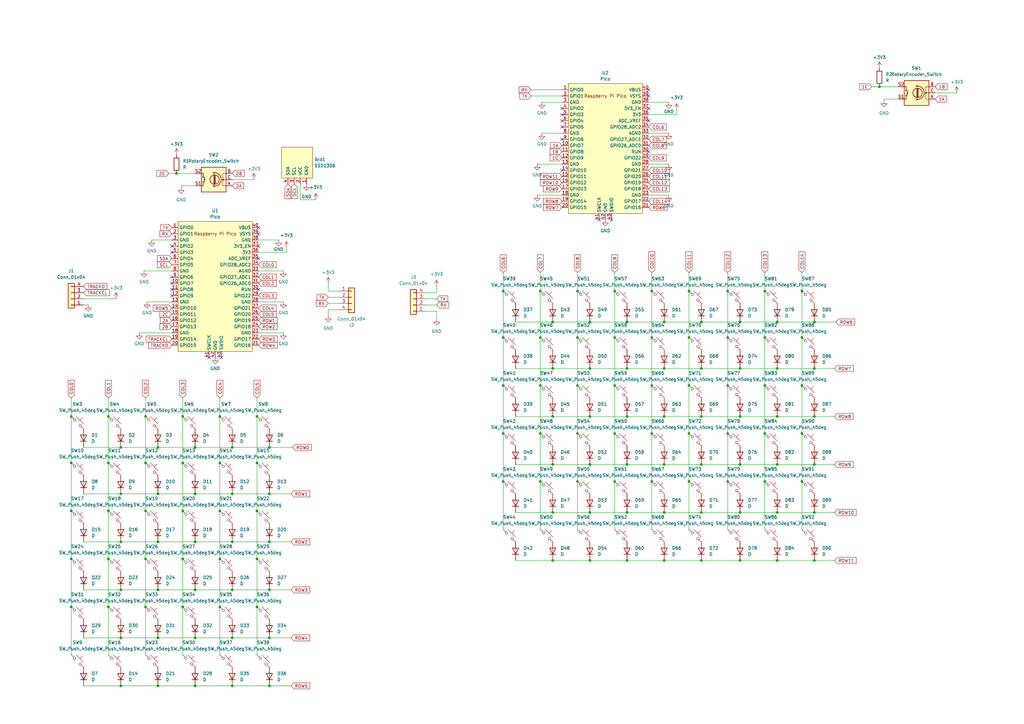
<source format=kicad_sch>
(kicad_sch (version 20230121) (generator eeschema)
  (paper "A3")
  (junction (at 303.53 151.13))
  (junction (at 257.175 132.08))
  (junction (at 64.77 222.25))
  (junction (at 59.69 209.55))
  (junction (at 226.695 210.185))
  (junction (at 221.615 177.8))
  (junction (at 267.335 119.38))
  (junction (at 313.69 138.43))
  (junction (at 334.01 151.13))
  (junction (at 49.53 222.25))
  (junction (at 282.575 119.38))
  (junction (at 64.77 241.935))
  (junction (at 282.575 177.8))
  (junction (at 80.01 202.565))
  (junction (at 110.49 241.935))
  (junction (at 95.25 222.25))
  (junction (at 267.335 177.8))
  (junction (at 236.855 197.485))
  (junction (at 257.175 151.13))
  (junction (at 74.93 189.865))
  (junction (at 313.69 197.485))
  (junction (at 226.695 170.815))
  (junction (at 257.175 170.815))
  (junction (at 90.17 170.815))
  (junction (at 303.53 229.87))
  (junction (at 49.53 241.935))
  (junction (at 236.855 177.8))
  (junction (at 29.21 170.815))
  (junction (at 80.01 281.305))
  (junction (at 241.935 151.13))
  (junction (at 80.01 222.25))
  (junction (at 287.655 132.08))
  (junction (at 105.41 170.815))
  (junction (at 252.095 158.115))
  (junction (at 272.415 170.815))
  (junction (at 257.175 190.5))
  (junction (at 49.53 281.305))
  (junction (at 64.77 281.305))
  (junction (at 236.855 158.115))
  (junction (at 226.695 229.87))
  (junction (at 303.53 170.815))
  (junction (at 282.575 138.43))
  (junction (at 318.77 151.13))
  (junction (at 110.49 281.305))
  (junction (at 226.695 190.5))
  (junction (at 74.93 209.55))
  (junction (at 74.93 248.92))
  (junction (at 313.69 158.115))
  (junction (at 90.17 209.55))
  (junction (at 287.655 151.13))
  (junction (at 287.655 210.185))
  (junction (at 110.49 183.515))
  (junction (at 318.77 229.87))
  (junction (at 236.855 138.43))
  (junction (at 334.01 229.87))
  (junction (at 206.375 138.43))
  (junction (at 44.45 229.235))
  (junction (at 241.935 229.87))
  (junction (at 226.695 132.08))
  (junction (at 74.93 229.235))
  (junction (at 29.21 248.92))
  (junction (at 59.69 248.92))
  (junction (at 334.01 170.815))
  (junction (at 287.655 170.815))
  (junction (at 95.25 202.565))
  (junction (at 29.21 189.865))
  (junction (at 44.45 248.92))
  (junction (at 206.375 119.38))
  (junction (at 303.53 190.5))
  (junction (at 318.77 210.185))
  (junction (at 267.335 158.115))
  (junction (at 298.45 177.8))
  (junction (at 59.69 189.865))
  (junction (at 267.335 197.485))
  (junction (at 328.93 177.8))
  (junction (at 287.655 190.5))
  (junction (at 90.17 248.92))
  (junction (at 236.855 119.38))
  (junction (at 105.41 229.235))
  (junction (at 313.69 119.38))
  (junction (at 59.69 170.815))
  (junction (at 80.01 241.935))
  (junction (at 221.615 197.485))
  (junction (at 252.095 138.43))
  (junction (at 64.77 183.515))
  (junction (at 252.095 177.8))
  (junction (at 272.415 190.5))
  (junction (at 74.93 170.815))
  (junction (at 328.93 119.38))
  (junction (at 303.53 210.185))
  (junction (at 95.25 261.62))
  (junction (at 318.77 190.5))
  (junction (at 318.77 132.08))
  (junction (at 272.415 210.185))
  (junction (at 29.21 209.55))
  (junction (at 44.45 189.865))
  (junction (at 318.77 170.815))
  (junction (at 252.095 197.485))
  (junction (at 328.93 158.115))
  (junction (at 110.49 202.565))
  (junction (at 49.53 183.515))
  (junction (at 298.45 158.115))
  (junction (at 80.01 261.62))
  (junction (at 95.25 241.935))
  (junction (at 241.935 132.08))
  (junction (at 90.17 229.235))
  (junction (at 334.01 210.185))
  (junction (at 206.375 197.485))
  (junction (at 272.415 229.87))
  (junction (at 298.45 119.38))
  (junction (at 360.68 35.56))
  (junction (at 221.615 138.43))
  (junction (at 257.175 210.185))
  (junction (at 80.01 183.515))
  (junction (at 110.49 261.62))
  (junction (at 257.175 229.87))
  (junction (at 44.45 209.55))
  (junction (at 29.21 229.235))
  (junction (at 267.335 138.43))
  (junction (at 328.93 138.43))
  (junction (at 221.615 158.115))
  (junction (at 49.53 261.62))
  (junction (at 64.77 202.565))
  (junction (at 241.935 190.5))
  (junction (at 298.45 138.43))
  (junction (at 241.935 210.185))
  (junction (at 206.375 158.115))
  (junction (at 334.01 190.5))
  (junction (at 105.41 189.865))
  (junction (at 287.655 229.87))
  (junction (at 44.45 170.815))
  (junction (at 59.69 229.235))
  (junction (at 90.17 189.865))
  (junction (at 252.095 119.38))
  (junction (at 221.615 119.38))
  (junction (at 282.575 197.485))
  (junction (at 303.53 132.08))
  (junction (at 272.415 132.08))
  (junction (at 241.935 170.815))
  (junction (at 105.41 209.55))
  (junction (at 334.01 132.08))
  (junction (at 298.45 197.485))
  (junction (at 64.77 261.62))
  (junction (at 110.49 222.25))
  (junction (at 328.93 197.485))
  (junction (at 313.69 177.8))
  (junction (at 95.25 183.515))
  (junction (at 272.415 151.13))
  (junction (at 72.39 71.12))
  (junction (at 49.53 202.565))
  (junction (at 105.41 248.92))
  (junction (at 226.695 151.13))
  (junction (at 282.575 158.115))
  (junction (at 206.375 177.8))
  (junction (at 95.25 281.305))
  (no_connect (at 230.505 49.53))
  (no_connect (at 70.485 116.205))
  (no_connect (at 70.485 113.665))
  (no_connect (at 106.045 95.885))
  (no_connect (at 250.825 90.17))
  (no_connect (at 230.505 52.07))
  (no_connect (at 70.485 100.965))
  (no_connect (at 266.065 62.23))
  (no_connect (at 106.045 118.745))
  (no_connect (at 245.745 90.17))
  (no_connect (at 230.505 57.15))
  (no_connect (at 85.725 146.685))
  (no_connect (at 70.485 121.285))
  (no_connect (at 230.505 46.99))
  (no_connect (at 90.805 146.685))
  (no_connect (at 106.045 100.965))
  (no_connect (at 106.045 106.045))
  (no_connect (at 70.485 103.505))
  (no_connect (at 230.505 69.85))
  (no_connect (at 266.065 44.45))
  (no_connect (at 266.065 49.53))
  (no_connect (at 106.045 93.345))
  (no_connect (at 266.065 39.37))
  (no_connect (at 266.065 36.83))
  (no_connect (at 230.505 44.45))
  (no_connect (at 70.485 118.745))
  (wire (pts (xy 298.45 138.43) (xy 298.45 158.115)))
  (wire (pts (xy 105.41 229.235) (xy 105.41 248.92)))
  (wire (pts (xy 123.19 81.915) (xy 129.54 81.915)))
  (wire (pts (xy 334.01 170.815) (xy 342.265 170.815)))
  (wire (pts (xy 328.93 177.8) (xy 328.93 197.485)))
  (wire (pts (xy 57.15 136.525) (xy 70.485 136.525)))
  (wire (pts (xy 226.695 210.185) (xy 241.935 210.185)))
  (wire (pts (xy 34.29 261.62) (xy 49.53 261.62)))
  (wire (pts (xy 64.77 241.935) (xy 80.01 241.935)))
  (wire (pts (xy 174.625 120.015) (xy 179.07 120.015)))
  (wire (pts (xy 80.01 222.25) (xy 95.25 222.25)))
  (wire (pts (xy 272.415 151.13) (xy 287.655 151.13)))
  (wire (pts (xy 357.505 35.56) (xy 360.68 35.56)))
  (wire (pts (xy 95.25 281.305) (xy 110.49 281.305)))
  (wire (pts (xy 44.45 189.865) (xy 44.45 209.55)))
  (wire (pts (xy 334.01 210.185) (xy 342.265 210.185)))
  (wire (pts (xy 34.29 241.935) (xy 49.53 241.935)))
  (wire (pts (xy 220.345 67.31) (xy 230.505 67.31)))
  (wire (pts (xy 266.065 80.01) (xy 274.32 80.01)))
  (wire (pts (xy 226.695 229.87) (xy 241.935 229.87)))
  (wire (pts (xy 318.77 151.13) (xy 334.01 151.13)))
  (wire (pts (xy 334.01 229.87) (xy 342.265 229.87)))
  (wire (pts (xy 74.93 229.235) (xy 74.93 248.92)))
  (wire (pts (xy 328.93 138.43) (xy 328.93 158.115)))
  (wire (pts (xy 211.455 151.13) (xy 226.695 151.13)))
  (wire (pts (xy 74.295 76.2) (xy 80.01 76.2)))
  (wire (pts (xy 252.095 197.485) (xy 252.095 217.17)))
  (wire (pts (xy 303.53 132.08) (xy 318.77 132.08)))
  (wire (pts (xy 179.07 130.81) (xy 179.07 127.635)))
  (wire (pts (xy 59.69 248.92) (xy 59.69 268.605)))
  (wire (pts (xy 236.855 111.76) (xy 236.855 119.38)))
  (wire (pts (xy 252.095 111.76) (xy 252.095 119.38)))
  (wire (pts (xy 236.855 119.38) (xy 236.855 138.43)))
  (wire (pts (xy 44.45 170.815) (xy 44.45 189.865)))
  (wire (pts (xy 29.21 209.55) (xy 29.21 229.235)))
  (wire (pts (xy 318.77 190.5) (xy 334.01 190.5)))
  (wire (pts (xy 117.475 101.6) (xy 117.475 103.505)))
  (wire (pts (xy 110.49 281.305) (xy 119.38 281.305)))
  (wire (pts (xy 236.855 177.8) (xy 236.855 197.485)))
  (wire (pts (xy 282.575 119.38) (xy 282.575 138.43)))
  (wire (pts (xy 59.69 170.815) (xy 59.69 189.865)))
  (wire (pts (xy 60.325 123.825) (xy 70.485 123.825)))
  (wire (pts (xy 44.45 248.92) (xy 44.45 268.605)))
  (wire (pts (xy 90.17 170.815) (xy 90.17 189.865)))
  (wire (pts (xy 29.21 229.235) (xy 29.21 248.92)))
  (wire (pts (xy 90.17 248.92) (xy 90.17 268.605)))
  (wire (pts (xy 179.07 120.015) (xy 179.07 117.475)))
  (wire (pts (xy 110.49 183.515) (xy 120.015 183.515)))
  (wire (pts (xy 222.25 41.91) (xy 230.505 41.91)))
  (wire (pts (xy 328.93 111.76) (xy 328.93 119.38)))
  (wire (pts (xy 298.45 158.115) (xy 298.45 177.8)))
  (wire (pts (xy 59.69 189.865) (xy 59.69 209.55)))
  (wire (pts (xy 105.41 248.92) (xy 105.41 268.605)))
  (wire (pts (xy 217.805 39.37) (xy 230.505 39.37)))
  (wire (pts (xy 105.41 209.55) (xy 105.41 229.235)))
  (wire (pts (xy 90.17 209.55) (xy 90.17 229.235)))
  (wire (pts (xy 267.335 158.115) (xy 267.335 177.8)))
  (wire (pts (xy 123.19 75.565) (xy 123.19 81.915)))
  (wire (pts (xy 49.53 183.515) (xy 64.77 183.515)))
  (wire (pts (xy 257.175 170.815) (xy 272.415 170.815)))
  (wire (pts (xy 206.375 197.485) (xy 206.375 217.17)))
  (wire (pts (xy 257.175 132.08) (xy 272.415 132.08)))
  (wire (pts (xy 252.095 138.43) (xy 252.095 158.115)))
  (wire (pts (xy 222.25 54.61) (xy 230.505 54.61)))
  (wire (pts (xy 34.29 222.25) (xy 49.53 222.25)))
  (wire (pts (xy 134.62 116.205) (xy 134.62 119.38)))
  (wire (pts (xy 80.01 202.565) (xy 95.25 202.565)))
  (wire (pts (xy 362.585 40.64) (xy 362.585 41.275)))
  (wire (pts (xy 226.695 190.5) (xy 241.935 190.5)))
  (wire (pts (xy 59.69 163.195) (xy 59.69 170.815)))
  (wire (pts (xy 282.575 158.115) (xy 282.575 177.8)))
  (wire (pts (xy 95.25 183.515) (xy 110.49 183.515)))
  (wire (pts (xy 318.77 132.08) (xy 334.01 132.08)))
  (wire (pts (xy 267.335 111.76) (xy 267.335 119.38)))
  (wire (pts (xy 95.25 73.66) (xy 104.14 73.66)))
  (wire (pts (xy 220.345 80.01) (xy 230.505 80.01)))
  (wire (pts (xy 328.93 158.115) (xy 328.93 177.8)))
  (wire (pts (xy 282.575 197.485) (xy 282.575 217.17)))
  (wire (pts (xy 313.69 119.38) (xy 313.69 138.43)))
  (wire (pts (xy 252.095 119.38) (xy 252.095 138.43)))
  (wire (pts (xy 95.25 202.565) (xy 110.49 202.565)))
  (wire (pts (xy 49.53 202.565) (xy 64.77 202.565)))
  (wire (pts (xy 266.065 41.91) (xy 274.32 41.91)))
  (wire (pts (xy 272.415 229.87) (xy 287.655 229.87)))
  (wire (pts (xy 257.175 210.185) (xy 272.415 210.185)))
  (wire (pts (xy 287.655 170.815) (xy 303.53 170.815)))
  (wire (pts (xy 236.855 197.485) (xy 236.855 217.17)))
  (wire (pts (xy 217.805 36.83) (xy 230.505 36.83)))
  (wire (pts (xy 226.695 170.815) (xy 241.935 170.815)))
  (wire (pts (xy 287.655 210.185) (xy 303.53 210.185)))
  (wire (pts (xy 110.49 202.565) (xy 119.38 202.565)))
  (wire (pts (xy 328.93 119.38) (xy 328.93 138.43)))
  (wire (pts (xy 257.175 229.87) (xy 272.415 229.87)))
  (wire (pts (xy 110.49 261.62) (xy 119.38 261.62)))
  (wire (pts (xy 34.29 125.095) (xy 36.195 125.095)))
  (wire (pts (xy 206.375 138.43) (xy 206.375 158.115)))
  (wire (pts (xy 272.415 210.185) (xy 287.655 210.185)))
  (wire (pts (xy 134.62 124.46) (xy 139.065 124.46)))
  (wire (pts (xy 64.77 222.25) (xy 80.01 222.25)))
  (wire (pts (xy 69.215 71.12) (xy 72.39 71.12)))
  (wire (pts (xy 80.01 281.305) (xy 95.25 281.305)))
  (wire (pts (xy 272.415 190.5) (xy 287.655 190.5)))
  (wire (pts (xy 90.17 189.865) (xy 90.17 209.55)))
  (wire (pts (xy 282.575 138.43) (xy 282.575 158.115)))
  (wire (pts (xy 257.175 151.13) (xy 272.415 151.13)))
  (wire (pts (xy 105.41 189.865) (xy 105.41 209.55)))
  (wire (pts (xy 105.41 170.815) (xy 105.41 189.865)))
  (wire (pts (xy 44.45 229.235) (xy 44.45 248.92)))
  (wire (pts (xy 106.045 103.505) (xy 117.475 103.505)))
  (wire (pts (xy 241.935 132.08) (xy 257.175 132.08)))
  (wire (pts (xy 49.53 261.62) (xy 64.77 261.62)))
  (wire (pts (xy 80.01 261.62) (xy 95.25 261.62)))
  (wire (pts (xy 74.93 248.92) (xy 74.93 268.605)))
  (wire (pts (xy 179.07 125.095) (xy 174.625 125.095)))
  (wire (pts (xy 266.065 46.99) (xy 277.495 46.99)))
  (wire (pts (xy 49.53 281.305) (xy 64.77 281.305)))
  (wire (pts (xy 44.45 209.55) (xy 44.45 229.235)))
  (wire (pts (xy 257.175 190.5) (xy 272.415 190.5)))
  (wire (pts (xy 287.655 229.87) (xy 303.53 229.87)))
  (wire (pts (xy 106.045 136.525) (xy 116.205 136.525)))
  (wire (pts (xy 179.07 122.555) (xy 174.625 122.555)))
  (wire (pts (xy 241.935 229.87) (xy 257.175 229.87)))
  (wire (pts (xy 134.62 121.92) (xy 139.065 121.92)))
  (wire (pts (xy 95.25 222.25) (xy 110.49 222.25)))
  (wire (pts (xy 74.295 76.2) (xy 74.295 76.835)))
  (wire (pts (xy 303.53 151.13) (xy 318.77 151.13)))
  (wire (pts (xy 226.695 132.08) (xy 241.935 132.08)))
  (wire (pts (xy 64.77 202.565) (xy 80.01 202.565)))
  (wire (pts (xy 139.065 127) (xy 134.62 127)))
  (wire (pts (xy 179.07 127.635) (xy 174.625 127.635)))
  (wire (pts (xy 282.575 177.8) (xy 282.575 197.485)))
  (wire (pts (xy 318.77 210.185) (xy 334.01 210.185)))
  (wire (pts (xy 313.69 138.43) (xy 313.69 158.115)))
  (wire (pts (xy 226.695 151.13) (xy 241.935 151.13)))
  (wire (pts (xy 64.77 183.515) (xy 80.01 183.515)))
  (wire (pts (xy 62.23 98.425) (xy 70.485 98.425)))
  (wire (pts (xy 64.77 281.305) (xy 80.01 281.305)))
  (wire (pts (xy 287.655 190.5) (xy 303.53 190.5)))
  (wire (pts (xy 221.615 111.76) (xy 221.615 119.38)))
  (wire (pts (xy 362.585 40.64) (xy 368.3 40.64)))
  (wire (pts (xy 303.53 190.5) (xy 318.77 190.5)))
  (wire (pts (xy 298.45 119.38) (xy 298.45 138.43)))
  (wire (pts (xy 241.935 151.13) (xy 257.175 151.13)))
  (wire (pts (xy 49.53 241.935) (xy 64.77 241.935)))
  (wire (pts (xy 277.495 45.085) (xy 277.495 46.99)))
  (wire (pts (xy 303.53 170.815) (xy 318.77 170.815)))
  (wire (pts (xy 59.055 111.125) (xy 70.485 111.125)))
  (wire (pts (xy 318.77 170.815) (xy 334.01 170.815)))
  (wire (pts (xy 282.575 111.76) (xy 282.575 119.38)))
  (wire (pts (xy 211.455 170.815) (xy 226.695 170.815)))
  (wire (pts (xy 221.615 197.485) (xy 221.615 217.17)))
  (wire (pts (xy 334.01 151.13) (xy 342.265 151.13)))
  (wire (pts (xy 221.615 158.115) (xy 221.615 177.8)))
  (wire (pts (xy 34.29 281.305) (xy 49.53 281.305)))
  (wire (pts (xy 59.69 209.55) (xy 59.69 229.235)))
  (wire (pts (xy 383.54 38.1) (xy 392.43 38.1)))
  (wire (pts (xy 211.455 210.185) (xy 226.695 210.185)))
  (wire (pts (xy 267.335 119.38) (xy 267.335 138.43)))
  (wire (pts (xy 360.68 35.56) (xy 368.3 35.56)))
  (wire (pts (xy 303.53 210.185) (xy 318.77 210.185)))
  (wire (pts (xy 95.25 241.935) (xy 110.49 241.935)))
  (wire (pts (xy 110.49 222.25) (xy 119.38 222.25)))
  (wire (pts (xy 211.455 132.08) (xy 226.695 132.08)))
  (wire (pts (xy 303.53 229.87) (xy 318.77 229.87)))
  (wire (pts (xy 287.655 151.13) (xy 303.53 151.13)))
  (wire (pts (xy 313.69 111.76) (xy 313.69 119.38)))
  (wire (pts (xy 95.25 261.62) (xy 110.49 261.62)))
  (wire (pts (xy 206.375 111.76) (xy 206.375 119.38)))
  (wire (pts (xy 211.455 190.5) (xy 226.695 190.5)))
  (wire (pts (xy 241.935 210.185) (xy 257.175 210.185)))
  (wire (pts (xy 34.29 202.565) (xy 49.53 202.565)))
  (wire (pts (xy 74.93 209.55) (xy 74.93 229.235)))
  (wire (pts (xy 74.93 163.195) (xy 74.93 170.815)))
  (wire (pts (xy 34.29 183.515) (xy 49.53 183.515)))
  (wire (pts (xy 49.53 222.25) (xy 64.77 222.25)))
  (wire (pts (xy 241.935 170.815) (xy 257.175 170.815)))
  (wire (pts (xy 267.335 138.43) (xy 267.335 158.115)))
  (wire (pts (xy 110.49 241.935) (xy 119.38 241.935)))
  (wire (pts (xy 267.335 197.485) (xy 267.335 217.17)))
  (wire (pts (xy 134.62 119.38) (xy 139.065 119.38)))
  (wire (pts (xy 266.065 54.61) (xy 274.32 54.61)))
  (wire (pts (xy 236.855 158.115) (xy 236.855 177.8)))
  (wire (pts (xy 211.455 229.87) (xy 226.695 229.87)))
  (wire (pts (xy 267.335 177.8) (xy 267.335 197.485)))
  (wire (pts (xy 313.69 177.8) (xy 313.69 197.485)))
  (wire (pts (xy 44.45 163.195) (xy 44.45 170.815)))
  (wire (pts (xy 106.045 98.425) (xy 114.3 98.425)))
  (wire (pts (xy 59.69 229.235) (xy 59.69 248.92)))
  (wire (pts (xy 74.93 189.865) (xy 74.93 209.55)))
  (wire (pts (xy 334.01 190.5) (xy 342.265 190.5)))
  (wire (pts (xy 252.095 177.8) (xy 252.095 197.485)))
  (wire (pts (xy 80.01 241.935) (xy 95.25 241.935)))
  (wire (pts (xy 74.93 170.815) (xy 74.93 189.865)))
  (wire (pts (xy 298.45 177.8) (xy 298.45 197.485)))
  (wire (pts (xy 80.01 183.515) (xy 95.25 183.515)))
  (wire (pts (xy 206.375 158.115) (xy 206.375 177.8)))
  (wire (pts (xy 252.095 158.115) (xy 252.095 177.8)))
  (wire (pts (xy 272.415 132.08) (xy 287.655 132.08)))
  (wire (pts (xy 266.065 67.31) (xy 274.32 67.31)))
  (wire (pts (xy 29.21 189.865) (xy 29.21 209.55)))
  (wire (pts (xy 29.21 248.92) (xy 29.21 268.605)))
  (wire (pts (xy 221.615 138.43) (xy 221.615 158.115)))
  (wire (pts (xy 206.375 119.38) (xy 206.375 138.43)))
  (wire (pts (xy 313.69 158.115) (xy 313.69 177.8)))
  (wire (pts (xy 241.935 190.5) (xy 257.175 190.5)))
  (wire (pts (xy 221.615 177.8) (xy 221.615 197.485)))
  (wire (pts (xy 334.01 132.08) (xy 342.9 132.08)))
  (wire (pts (xy 206.375 177.8) (xy 206.375 197.485)))
  (wire (pts (xy 34.29 122.555) (xy 47.625 122.555)))
  (wire (pts (xy 90.17 163.195) (xy 90.17 170.815)))
  (wire (pts (xy 298.45 111.76) (xy 298.45 119.38)))
  (wire (pts (xy 328.93 197.485) (xy 328.93 217.17)))
  (wire (pts (xy 318.77 229.87) (xy 334.01 229.87)))
  (wire (pts (xy 105.41 163.195) (xy 105.41 170.815)))
  (wire (pts (xy 106.045 123.825) (xy 116.205 123.825)))
  (wire (pts (xy 287.655 132.08) (xy 303.53 132.08)))
  (wire (pts (xy 272.415 170.815) (xy 287.655 170.815)))
  (wire (pts (xy 64.77 261.62) (xy 80.01 261.62)))
  (wire (pts (xy 106.045 111.125) (xy 116.205 111.125)))
  (wire (pts (xy 90.17 229.235) (xy 90.17 248.92)))
  (wire (pts (xy 313.69 197.485) (xy 313.69 217.17)))
  (wire (pts (xy 72.39 71.12) (xy 80.01 71.12)))
  (wire (pts (xy 29.21 163.195) (xy 29.21 170.815)))
  (wire (pts (xy 236.855 138.43) (xy 236.855 158.115)))
  (wire (pts (xy 134.62 127) (xy 134.62 129.54)))
  (wire (pts (xy 221.615 119.38) (xy 221.615 138.43)))
  (wire (pts (xy 298.45 197.485) (xy 298.45 217.17)))
  (wire (pts (xy 29.21 170.815) (xy 29.21 189.865)))
  (global_label "ROW7" (shape input) (at 230.505 85.09 180) (property "Intersheetrefs" "${INTERSHEET_REFS}" (effects hide)))
  (global_label "COL9" (shape input) (at 266.065 64.77 0) (property "Intersheetrefs" "${INTERSHEET_REFS}" (effects hide)))
  (global_label "ROW7" (shape input) (at 342.265 151.13 0) (property "Intersheetrefs" "${INTERSHEET_REFS}" (effects hide)))
  (global_label "2C" (shape input) (at 69.215 71.12 180) (property "Intersheetrefs" "${INTERSHEET_REFS}" (effects hide)))
  (global_label "TRACKCL" (shape input) (at 70.485 139.065 180) (property "Intersheetrefs" "${INTERSHEET_REFS}" (effects hide)))
  (global_label "ROW10" (shape input) (at 230.505 74.93 180) (property "Intersheetrefs" "${INTERSHEET_REFS}" (effects hide)))
  (global_label "COL0" (shape input) (at 106.045 108.585 0) (property "Intersheetrefs" "${INTERSHEET_REFS}" (effects hide)))
  (global_label "TX" (shape input) (at 134.62 121.92 180) (property "Intersheetrefs" "${INTERSHEET_REFS}" (effects hide)))
  (global_label "RX" (shape input) (at 134.62 124.46 180) (property "Intersheetrefs" "${INTERSHEET_REFS}" (effects hide)))
  (global_label "ROW2" (shape input) (at 106.045 133.985 0) (property "Intersheetrefs" "${INTERSHEET_REFS}" (effects hide)))
  (global_label "1A" (shape input) (at 383.54 40.64 0) (property "Intersheetrefs" "${INTERSHEET_REFS}" (effects hide)))
  (global_label "TX" (shape input) (at 70.485 93.345 180) (property "Intersheetrefs" "${INTERSHEET_REFS}" (effects hide)))
  (global_label "COL0" (shape input) (at 29.21 163.195 90) (property "Intersheetrefs" "${INTERSHEET_REFS}" (effects hide)))
  (global_label "ROW11" (shape input) (at 230.505 72.39 180) (property "Intersheetrefs" "${INTERSHEET_REFS}" (effects hide)))
  (global_label "1B" (shape input) (at 230.505 62.23 180) (property "Intersheetrefs" "${INTERSHEET_REFS}" (effects hide)))
  (global_label "2B" (shape input) (at 70.485 133.985 180) (property "Intersheetrefs" "${INTERSHEET_REFS}" (effects hide)))
  (global_label "2A" (shape input) (at 70.485 131.445 180) (property "Intersheetrefs" "${INTERSHEET_REFS}" (effects hide)))
  (global_label "SDA" (shape input) (at 118.11 75.565 270) (property "Intersheetrefs" "${INTERSHEET_REFS}" (effects hide)))
  (global_label "ROW1" (shape input) (at 106.045 131.445 0) (property "Intersheetrefs" "${INTERSHEET_REFS}" (effects hide)))
  (global_label "ROW8" (shape input) (at 342.265 170.815 0) (property "Intersheetrefs" "${INTERSHEET_REFS}" (effects hide)))
  (global_label "ROW3" (shape input) (at 106.045 139.065 0) (property "Intersheetrefs" "${INTERSHEET_REFS}" (effects hide)))
  (global_label "ROW8" (shape input) (at 230.505 82.55 180) (property "Intersheetrefs" "${INTERSHEET_REFS}" (effects hide)))
  (global_label "ROW9" (shape input) (at 342.265 190.5 0) (property "Intersheetrefs" "${INTERSHEET_REFS}" (effects hide)))
  (global_label "ROW5" (shape input) (at 119.38 281.305 0) (property "Intersheetrefs" "${INTERSHEET_REFS}" (effects hide)))
  (global_label "COL5" (shape input) (at 105.41 163.195 90) (property "Intersheetrefs" "${INTERSHEET_REFS}" (effects hide)))
  (global_label "ROW5" (shape input) (at 70.485 126.365 180) (property "Intersheetrefs" "${INTERSHEET_REFS}" (effects hide)))
  (global_label "COL3" (shape input) (at 106.045 121.285 0) (property "Intersheetrefs" "${INTERSHEET_REFS}" (effects hide)))
  (global_label "ROW4" (shape input) (at 106.045 141.605 0) (property "Intersheetrefs" "${INTERSHEET_REFS}" (effects hide)))
  (global_label "1C" (shape input) (at 357.505 35.56 180) (property "Intersheetrefs" "${INTERSHEET_REFS}" (effects hide)))
  (global_label "COL11" (shape input) (at 266.065 72.39 0) (property "Intersheetrefs" "${INTERSHEET_REFS}" (effects hide)))
  (global_label "COL6" (shape input) (at 206.375 111.76 90) (property "Intersheetrefs" "${INTERSHEET_REFS}" (effects hide)))
  (global_label "COL1" (shape input) (at 44.45 163.195 90) (property "Intersheetrefs" "${INTERSHEET_REFS}" (effects hide)))
  (global_label "TRACKCL" (shape input) (at 34.29 120.015 0) (property "Intersheetrefs" "${INTERSHEET_REFS}" (effects hide)))
  (global_label "1A" (shape input) (at 230.505 59.69 180) (property "Intersheetrefs" "${INTERSHEET_REFS}" (effects hide)))
  (global_label "ROW6" (shape input) (at 342.9 132.08 0) (property "Intersheetrefs" "${INTERSHEET_REFS}" (effects hide)))
  (global_label "COL4" (shape input) (at 90.17 163.195 90) (property "Intersheetrefs" "${INTERSHEET_REFS}" (effects hide)))
  (global_label "COL14" (shape input) (at 266.065 82.55 0) (property "Intersheetrefs" "${INTERSHEET_REFS}" (effects hide)))
  (global_label "2A" (shape input) (at 95.25 76.2 0) (property "Intersheetrefs" "${INTERSHEET_REFS}" (effects hide)))
  (global_label "COL5" (shape input) (at 106.045 128.905 0) (property "Intersheetrefs" "${INTERSHEET_REFS}" (effects hide)))
  (global_label "TRACKD" (shape input) (at 70.485 141.605 180) (property "Intersheetrefs" "${INTERSHEET_REFS}" (effects hide)))
  (global_label "COL6" (shape input) (at 266.065 52.07 0) (property "Intersheetrefs" "${INTERSHEET_REFS}" (effects hide)))
  (global_label "COL9" (shape input) (at 252.095 111.76 90) (property "Intersheetrefs" "${INTERSHEET_REFS}" (effects hide)))
  (global_label "ROW10" (shape input) (at 342.265 210.185 0) (property "Intersheetrefs" "${INTERSHEET_REFS}" (effects hide)))
  (global_label "ROW9" (shape input) (at 230.505 77.47 180) (property "Intersheetrefs" "${INTERSHEET_REFS}" (effects hide)))
  (global_label "COL14" (shape input) (at 328.93 111.76 90) (property "Intersheetrefs" "${INTERSHEET_REFS}" (effects hide)))
  (global_label "SCL" (shape input) (at 120.65 75.565 270) (property "Intersheetrefs" "${INTERSHEET_REFS}" (effects hide)))
  (global_label "ROW4" (shape input) (at 119.38 261.62 0) (property "Intersheetrefs" "${INTERSHEET_REFS}" (effects hide)))
  (global_label "COL12" (shape input) (at 298.45 111.76 90) (property "Intersheetrefs" "${INTERSHEET_REFS}" (effects hide)))
  (global_label "ROW1" (shape input) (at 119.38 202.565 0) (property "Intersheetrefs" "${INTERSHEET_REFS}" (effects hide)))
  (global_label "TX" (shape input) (at 179.07 122.555 0) (property "Intersheetrefs" "${INTERSHEET_REFS}" (effects hide)))
  (global_label "RX" (shape input) (at 179.07 125.095 0) (property "Intersheetrefs" "${INTERSHEET_REFS}" (effects hide)))
  (global_label "COL8" (shape input) (at 266.065 59.69 0) (property "Intersheetrefs" "${INTERSHEET_REFS}" (effects hide)))
  (global_label "2B" (shape input) (at 95.25 71.12 0) (property "Intersheetrefs" "${INTERSHEET_REFS}" (effects hide)))
  (global_label "COL3" (shape input) (at 74.93 163.195 90) (property "Intersheetrefs" "${INTERSHEET_REFS}" (effects hide)))
  (global_label "COL11" (shape input) (at 282.575 111.76 90) (property "Intersheetrefs" "${INTERSHEET_REFS}" (effects hide)))
  (global_label "COL1" (shape input) (at 106.045 113.665 0) (property "Intersheetrefs" "${INTERSHEET_REFS}" (effects hide)))
  (global_label "TX" (shape input) (at 217.805 39.37 180) (property "Intersheetrefs" "${INTERSHEET_REFS}" (effects hide)))
  (global_label "ROW11" (shape input) (at 342.265 229.87 0) (property "Intersheetrefs" "${INTERSHEET_REFS}" (effects hide)))
  (global_label "ROW2" (shape input) (at 119.38 222.25 0) (property "Intersheetrefs" "${INTERSHEET_REFS}" (effects hide)))
  (global_label "RX" (shape input) (at 70.485 95.885 180) (property "Intersheetrefs" "${INTERSHEET_REFS}" (effects hide)))
  (global_label "COL13" (shape input) (at 266.065 77.47 0) (property "Intersheetrefs" "${INTERSHEET_REFS}" (effects hide)))
  (global_label "COL2" (shape input) (at 59.69 163.195 90) (property "Intersheetrefs" "${INTERSHEET_REFS}" (effects hide)))
  (global_label "COL8" (shape input) (at 236.855 111.76 90) (property "Intersheetrefs" "${INTERSHEET_REFS}" (effects hide)))
  (global_label "1B" (shape input) (at 383.54 35.56 0) (property "Intersheetrefs" "${INTERSHEET_REFS}" (effects hide)))
  (global_label "SCL" (shape input) (at 70.485 108.585 180) (property "Intersheetrefs" "${INTERSHEET_REFS}" (effects hide)))
  (global_label "TRACKD" (shape input) (at 34.29 117.475 0) (property "Intersheetrefs" "${INTERSHEET_REFS}" (effects hide)))
  (global_label "COL7" (shape input) (at 266.065 57.15 0) (property "Intersheetrefs" "${INTERSHEET_REFS}" (effects hide)))
  (global_label "RX" (shape input) (at 217.805 36.83 180) (property "Intersheetrefs" "${INTERSHEET_REFS}" (effects hide)))
  (global_label "2C" (shape input) (at 70.485 128.905 180) (property "Intersheetrefs" "${INTERSHEET_REFS}" (effects hide)))
  (global_label "COL7" (shape input) (at 221.615 111.76 90) (property "Intersheetrefs" "${INTERSHEET_REFS}" (effects hide)))
  (global_label "COL10" (shape input) (at 266.065 69.85 0) (property "Intersheetrefs" "${INTERSHEET_REFS}" (effects hide)))
  (global_label "1C" (shape input) (at 230.505 64.77 180) (property "Intersheetrefs" "${INTERSHEET_REFS}" (effects hide)))
  (global_label "COL10" (shape input) (at 267.335 111.76 90) (property "Intersheetrefs" "${INTERSHEET_REFS}" (effects hide)))
  (global_label "ROW0" (shape input) (at 120.015 183.515 0) (property "Intersheetrefs" "${INTERSHEET_REFS}" (effects hide)))
  (global_label "COL2" (shape input) (at 106.045 116.205 0) (property "Intersheetrefs" "${INTERSHEET_REFS}" (effects hide)))
  (global_label "ROW6" (shape input) (at 266.065 85.09 0) (property "Intersheetrefs" "${INTERSHEET_REFS}" (effects hide)))
  (global_label "COL4" (shape input) (at 106.045 126.365 0) (property "Intersheetrefs" "${INTERSHEET_REFS}" (effects hide)))
  (global_label "COL12" (shape input) (at 266.065 74.93 0) (property "Intersheetrefs" "${INTERSHEET_REFS}" (effects hide)))
  (global_label "ROW3" (shape input) (at 119.38 241.935 0) (property "Intersheetrefs" "${INTERSHEET_REFS}" (effects hide)))
  (global_label "COL13" (shape input) (at 313.69 111.76 90) (property "Intersheetrefs" "${INTERSHEET_REFS}" (effects hide)))
  (global_label "SDA" (shape input) (at 70.485 106.045 180) (property "Intersheetrefs" "${INTERSHEET_REFS}" (effects hide)))
  (symbol (lib_id "Device:D") (at 110.49 198.755 90) (unit 1)
    (property "Reference" "D13" (at 113.665 197.485 90) (effects (justify right)))
    (property "Value" "D" (at 113.665 200.025 90) (effects (justify right)))
    (property "Footprint" "Diode_THT:1N4198" (effects hide))
    (property "Sim.Device" "D" (effects hide))
    (property "Sim.Pins" "1=K 2=A" (effects hide))
  )
  (symbol (lib_id "Switch:SW_Push_45deg") (at 46.99 231.775 0) (unit 1)
    (property "Reference" "SW25" (at 46.99 224.155 0))
    (property "Value" "SW_Push_45deg" (at 46.99 226.695 0))
    (property "Footprint" "Button_Switch_Keyboard:SW_Gateron_LowProfile_THT" (effects hide))
  )
  (symbol (lib_id "Switch:SW_Push_45deg") (at 331.47 140.97 0) (unit 1)
    (property "Reference" "SW88" (at 331.47 133.35 0))
    (property "Value" "SW_Push_45deg" (at 331.47 135.89 0))
    (property "Footprint" "Button_Switch_Keyboard:SW_Gateron_LowProfile_THT" (effects hide))
  )
  (symbol (lib_id "power:GND") (at 116.205 111.125 0) (unit 1)
    (property "Reference" "#PWR061" (effects hide))
    (property "Value" "GND" (at 116.205 115.57 0))
  )
  (symbol (lib_id "Device:D") (at 211.455 128.27 90) (unit 1)
    (property "Reference" "D37" (at 214.63 127 90) (effects (justify right)))
    (property "Value" "D" (at 214.63 129.54 90) (effects (justify right)))
    (property "Footprint" "Diode_THT:1N4198" (effects hide))
    (property "Sim.Device" "D" (effects hide))
    (property "Sim.Pins" "1=K 2=A" (effects hide))
  )
  (symbol (lib_id "Device:D") (at 64.77 198.755 90) (unit 1)
    (property "Reference" "D10" (at 67.945 197.485 90) (effects (justify right)))
    (property "Value" "D" (at 67.945 200.025 90) (effects (justify right)))
    (property "Footprint" "Diode_THT:1N4198" (effects hide))
    (property "Sim.Device" "D" (effects hide))
    (property "Sim.Pins" "1=K 2=A" (effects hide))
  )
  (symbol (lib_id "Device:D") (at 334.01 206.375 90) (unit 1)
    (property "Reference" "D89" (at 337.185 205.105 90) (effects (justify right)))
    (property "Value" "D" (at 337.185 207.645 90) (effects (justify right)))
    (property "Footprint" "Diode_THT:1N4198" (effects hide))
    (property "Sim.Device" "D" (effects hide))
    (property "Sim.Pins" "1=K 2=A" (effects hide))
  )
  (symbol (lib_id "Switch:SW_Push_45deg") (at 224.155 121.92 0) (unit 1)
    (property "Reference" "SW45" (at 224.155 114.3 0))
    (property "Value" "SW_Push_45deg" (at 224.155 116.84 0))
    (property "Footprint" "Button_Switch_Keyboard:SW_Gateron_LowProfile_THT" (effects hide))
  )
  (symbol (lib_id "Switch:SW_Push_45deg") (at 62.23 231.775 0) (unit 1)
    (property "Reference" "SW26" (at 62.23 224.155 0))
    (property "Value" "SW_Push_45deg" (at 62.23 226.695 0))
    (property "Footprint" "Button_Switch_Keyboard:SW_Gateron_LowProfile_THT" (effects hide))
  )
  (symbol (lib_id "Device:D") (at 226.695 167.005 90) (unit 1)
    (property "Reference" "D45" (at 229.87 165.735 90) (effects (justify right)))
    (property "Value" "D" (at 229.87 168.275 90) (effects (justify right)))
    (property "Footprint" "Diode_THT:1N4198" (effects hide))
    (property "Sim.Device" "D" (effects hide))
    (property "Sim.Pins" "1=K 2=A" (effects hide))
  )
  (symbol (lib_id "Switch:SW_Push_45deg") (at 92.71 231.775 0) (unit 1)
    (property "Reference" "SW28" (at 92.71 224.155 0))
    (property "Value" "SW_Push_45deg" (at 92.71 226.695 0))
    (property "Footprint" "Button_Switch_Keyboard:SW_Gateron_LowProfile_THT" (effects hide))
  )
  (symbol (lib_id "Device:D") (at 34.29 198.755 90) (unit 1)
    (property "Reference" "D8" (at 37.465 197.485 90) (effects (justify right)))
    (property "Value" "D" (at 37.465 200.025 90) (effects (justify right)))
    (property "Footprint" "Diode_THT:1N4198" (effects hide))
    (property "Sim.Device" "D" (effects hide))
    (property "Sim.Pins" "1=K 2=A" (effects hide))
  )
  (symbol (lib_id "Switch:SW_Push_45deg") (at 224.155 200.025 0) (unit 1)
    (property "Reference" "SW49" (at 224.155 192.405 0))
    (property "Value" "SW_Push_45deg" (at 224.155 194.945 0))
    (property "Footprint" "Button_Switch_Keyboard:SW_Gateron_LowProfile_THT" (effects hide))
  )
  (symbol (lib_id "Switch:SW_Push_45deg") (at 269.875 200.025 0) (unit 1)
    (property "Reference" "SW67" (at 269.875 192.405 0))
    (property "Value" "SW_Push_45deg" (at 269.875 194.945 0))
    (property "Footprint" "Button_Switch_Keyboard:SW_Gateron_LowProfile_THT" (effects hide))
  )
  (symbol (lib_id "power:GND") (at 125.73 75.565 0) (unit 1)
    (property "Reference" "#PWR03" (effects hide))
    (property "Value" "GND" (at 125.73 80.645 0))
  )
  (symbol (lib_id "Switch:SW_Push_45deg") (at 316.23 121.92 0) (unit 1)
    (property "Reference" "SW81" (at 316.23 114.3 0))
    (property "Value" "SW_Push_45deg" (at 316.23 116.84 0))
    (property "Footprint" "Button_Switch_Keyboard:SW_Gateron_LowProfile_THT" (effects hide))
  )
  (symbol (lib_id "power:+3V3") (at 72.39 63.5 0) (unit 1)
    (property "Reference" "#PWR05" (effects hide))
    (property "Value" "+3V3" (at 72.39 59.055 0))
  )
  (symbol (lib_id "Switch:SW_Push_45deg") (at 77.47 192.405 0) (unit 1)
    (property "Reference" "SW13" (at 77.47 184.785 0))
    (property "Value" "SW_Push_45deg" (at 77.47 187.325 0))
    (property "Footprint" "Button_Switch_Keyboard:SW_Gateron_LowProfile_THT" (effects hide))
  )
  (symbol (lib_id "Device:D") (at 318.77 167.005 90) (unit 1)
    (property "Reference" "D81" (at 321.945 165.735 90) (effects (justify right)))
    (property "Value" "D" (at 321.945 168.275 90) (effects (justify right)))
    (property "Footprint" "Diode_THT:1N4198" (effects hide))
    (property "Sim.Device" "D" (effects hide))
    (property "Sim.Pins" "1=K 2=A" (effects hide))
  )
  (symbol (lib_id "Device:D") (at 334.01 167.005 90) (unit 1)
    (property "Reference" "D87" (at 337.185 165.735 90) (effects (justify right)))
    (property "Value" "D" (at 337.185 168.275 90) (effects (justify right)))
    (property "Footprint" "Diode_THT:1N4198" (effects hide))
    (property "Sim.Device" "D" (effects hide))
    (property "Sim.Pins" "1=K 2=A" (effects hide))
  )
  (symbol (lib_id "power:GND") (at 274.32 67.31 0) (unit 1)
    (property "Reference" "#PWR011" (effects hide))
    (property "Value" "GND" (at 274.32 71.755 0))
  )
  (symbol (lib_id "Device:D") (at 303.53 147.32 90) (unit 1)
    (property "Reference" "D74" (at 306.705 146.05 90) (effects (justify right)))
    (property "Value" "D" (at 306.705 148.59 90) (effects (justify right)))
    (property "Footprint" "Diode_THT:1N4198" (effects hide))
    (property "Sim.Device" "D" (effects hide))
    (property "Sim.Pins" "1=K 2=A" (effects hide))
  )
  (symbol (lib_id "Device:D") (at 95.25 198.755 90) (unit 1)
    (property "Reference" "D12" (at 98.425 197.485 90) (effects (justify right)))
    (property "Value" "D" (at 98.425 200.025 90) (effects (justify right)))
    (property "Footprint" "Diode_THT:1N4198" (effects hide))
    (property "Sim.Device" "D" (effects hide))
    (property "Sim.Pins" "1=K 2=A" (effects hide))
  )
  (symbol (lib_id "Device:D") (at 241.935 186.69 90) (unit 1)
    (property "Reference" "D52" (at 245.11 185.42 90) (effects (justify right)))
    (property "Value" "D" (at 245.11 187.96 90) (effects (justify right)))
    (property "Footprint" "Diode_THT:1N4198" (effects hide))
    (property "Sim.Device" "D" (effects hide))
    (property "Sim.Pins" "1=K 2=A" (effects hide))
  )
  (symbol (lib_id "Switch:SW_Push_45deg") (at 46.99 271.145 0) (unit 1)
    (property "Reference" "SW16" (at 46.99 263.525 0))
    (property "Value" "SW_Push_45deg" (at 46.99 266.065 0))
    (property "Footprint" "Button_Switch_Keyboard:SW_Gateron_LowProfile_THT" (effects hide))
  )
  (symbol (lib_id "Switch:SW_Push_45deg") (at 92.71 173.355 0) (unit 1)
    (property "Reference" "SW7" (at 92.71 165.735 0))
    (property "Value" "SW_Push_45deg" (at 92.71 168.275 0))
    (property "Footprint" "Button_Switch_Keyboard:SW_Gateron_LowProfile_THT" (effects hide))
  )
  (symbol (lib_id "Switch:SW_Push_45deg") (at 208.915 140.97 0) (unit 1)
    (property "Reference" "SW40" (at 208.915 133.35 0))
    (property "Value" "SW_Push_45deg" (at 208.915 135.89 0))
    (property "Footprint" "Button_Switch_Keyboard:SW_Gateron_LowProfile_THT" (effects hide))
  )
  (symbol (lib_id "Switch:SW_Push_45deg") (at 300.99 219.71 0) (unit 1)
    (property "Reference" "SW80" (at 300.99 212.09 0))
    (property "Value" "SW_Push_45deg" (at 300.99 214.63 0))
    (property "Footprint" "Button_Switch_Keyboard:SW_Gateron_LowProfile_THT" (effects hide))
  )
  (symbol (lib_id "Device:D") (at 318.77 206.375 90) (unit 1)
    (property "Reference" "D83" (at 321.945 205.105 90) (effects (justify right)))
    (property "Value" "D" (at 321.945 207.645 90) (effects (justify right)))
    (property "Footprint" "Diode_THT:1N4198" (effects hide))
    (property "Sim.Device" "D" (effects hide))
    (property "Sim.Pins" "1=K 2=A" (effects hide))
  )
  (symbol (lib_id "Device:D") (at 211.455 167.005 90) (unit 1)
    (property "Reference" "D39" (at 214.63 165.735 90) (effects (justify right)))
    (property "Value" "D" (at 214.63 168.275 90) (effects (justify right)))
    (property "Footprint" "Diode_THT:1N4198" (effects hide))
    (property "Sim.Device" "D" (effects hide))
    (property "Sim.Pins" "1=K 2=A" (effects hide))
  )
  (symbol (lib_id "Switch:SW_Push_45deg") (at 331.47 160.655 0) (unit 1)
    (property "Reference" "SW89" (at 331.47 153.035 0))
    (property "Value" "SW_Push_45deg" (at 331.47 155.575 0))
    (property "Footprint" "Button_Switch_Keyboard:SW_Gateron_LowProfile_THT" (effects hide))
  )
  (symbol (lib_id "Device:D") (at 272.415 128.27 90) (unit 1)
    (property "Reference" "D61" (at 275.59 127 90) (effects (justify right)))
    (property "Value" "D" (at 275.59 129.54 90) (effects (justify right)))
    (property "Footprint" "Diode_THT:1N4198" (effects hide))
    (property "Sim.Device" "D" (effects hide))
    (property "Sim.Pins" "1=K 2=A" (effects hide))
  )
  (symbol (lib_id "power:GND") (at 220.345 80.01 0) (unit 1)
    (property "Reference" "#PWR017" (effects hide))
    (property "Value" "GND" (at 220.345 84.455 0))
  )
  (symbol (lib_id "Switch:SW_Push_45deg") (at 224.155 160.655 0) (unit 1)
    (property "Reference" "SW47" (at 224.155 153.035 0))
    (property "Value" "SW_Push_45deg" (at 224.155 155.575 0))
    (property "Footprint" "Button_Switch_Keyboard:SW_Gateron_LowProfile_THT" (effects hide))
  )
  (symbol (lib_id "Device:D") (at 80.01 257.81 90) (unit 1)
    (property "Reference" "D32" (at 83.185 256.54 90) (effects (justify right)))
    (property "Value" "D" (at 83.185 259.08 90) (effects (justify right)))
    (property "Footprint" "Diode_THT:1N4198" (effects hide))
    (property "Sim.Device" "D" (effects hide))
    (property "Sim.Pins" "1=K 2=A" (effects hide))
  )
  (symbol (lib_id "Device:D") (at 34.29 238.125 90) (unit 1)
    (property "Reference" "D22" (at 37.465 236.855 90) (effects (justify right)))
    (property "Value" "D" (at 37.465 239.395 90) (effects (justify right)))
    (property "Footprint" "Diode_THT:1N4198" (effects hide))
    (property "Sim.Device" "D" (effects hide))
    (property "Sim.Pins" "1=K 2=A" (effects hide))
  )
  (symbol (lib_id "Switch:SW_Push_45deg") (at 300.99 200.025 0) (unit 1)
    (property "Reference" "SW79" (at 300.99 192.405 0))
    (property "Value" "SW_Push_45deg" (at 300.99 194.945 0))
    (property "Footprint" "Button_Switch_Keyboard:SW_Gateron_LowProfile_THT" (effects hide))
  )
  (symbol (lib_id "Switch:SW_Push_45deg") (at 46.99 192.405 0) (unit 1)
    (property "Reference" "SW11" (at 46.99 184.785 0))
    (property "Value" "SW_Push_45deg" (at 46.99 187.325 0))
    (property "Footprint" "Button_Switch_Keyboard:SW_Gateron_LowProfile_THT" (effects hide))
  )
  (symbol (lib_id "Device:R") (at 72.39 67.31 0) (unit 1)
    (property "Reference" "R1" (at 74.93 66.04 0) (effects (justify left)))
    (property "Value" "R" (at 74.93 68.58 0) (effects (justify left)))
    (property "Footprint" "Resistor_THT:CF14JT4K70" (effects hide))
  )
  (symbol (lib_id "power:+3V3") (at 179.07 117.475 0) (unit 1)
    (property "Reference" "#PWR023" (effects hide))
    (property "Value" "+3V3" (at 179.07 112.395 0))
  )
  (symbol (lib_id "Device:D") (at 287.655 128.27 90) (unit 1)
    (property "Reference" "D67" (at 290.83 127 90) (effects (justify right)))
    (property "Value" "D" (at 290.83 129.54 90) (effects (justify right)))
    (property "Footprint" "Diode_THT:1N4198" (effects hide))
    (property "Sim.Device" "D" (effects hide))
    (property "Sim.Pins" "1=K 2=A" (effects hide))
  )
  (symbol (lib_id "Switch:SW_Push_45deg") (at 77.47 251.46 0) (unit 1)
    (property "Reference" "SW34" (at 77.47 243.84 0))
    (property "Value" "SW_Push_45deg" (at 77.47 246.38 0))
    (property "Footprint" "Button_Switch_Keyboard:SW_Gateron_LowProfile_THT" (effects hide))
  )
  (symbol (lib_id "power:GND") (at 60.325 123.825 0) (unit 1)
    (property "Reference" "#PWR058" (effects hide))
    (property "Value" "GND" (at 60.325 128.27 0))
  )
  (symbol (lib_id "Switch:SW_Push_45deg") (at 331.47 121.92 0) (unit 1)
    (property "Reference" "SW87" (at 331.47 114.3 0))
    (property "Value" "SW_Push_45deg" (at 331.47 116.84 0))
    (property "Footprint" "Button_Switch_Keyboard:SW_Gateron_LowProfile_THT" (effects hide))
  )
  (symbol (lib_id "Device:D") (at 318.77 226.06 90) (unit 1)
    (property "Reference" "D84" (at 321.945 224.79 90) (effects (justify right)))
    (property "Value" "D" (at 321.945 227.33 90) (effects (justify right)))
    (property "Footprint" "Diode_THT:1N4198" (effects hide))
    (property "Sim.Device" "D" (effects hide))
    (property "Sim.Pins" "1=K 2=A" (effects hide))
  )
  (symbol (lib_id "Switch:SW_Push_45deg") (at 46.99 173.355 0) (unit 1)
    (property "Reference" "SW4" (at 46.99 165.735 0))
    (property "Value" "SW_Push_45deg" (at 46.99 168.275 0))
    (property "Footprint" "Button_Switch_Keyboard:SW_Gateron_LowProfile_THT" (effects hide))
  )
  (symbol (lib_id "power:GND") (at 179.07 130.81 0) (unit 1)
    (property "Reference" "#PWR024" (effects hide))
    (property "Value" "GND" (at 179.07 135.89 0))
  )
  (symbol (lib_id "power:GND") (at 362.585 41.275 0) (unit 1)
    (property "Reference" "#PWR07" (effects hide))
    (property "Value" "GND" (at 362.585 46.355 0))
  )
  (symbol (lib_id "Switch:SW_Push_45deg") (at 208.915 180.34 0) (unit 1)
    (property "Reference" "SW42" (at 208.915 172.72 0))
    (property "Value" "SW_Push_45deg" (at 208.915 175.26 0))
    (property "Footprint" "Button_Switch_Keyboard:SW_Gateron_LowProfile_THT" (effects hide))
  )
  (symbol (lib_id "Switch:SW_Push_45deg") (at 300.99 121.92 0) (unit 1)
    (property "Reference" "SW75" (at 300.99 114.3 0))
    (property "Value" "SW_Push_45deg" (at 300.99 116.84 0))
    (property "Footprint" "Button_Switch_Keyboard:SW_Gateron_LowProfile_THT" (effects hide))
  )
  (symbol (lib_id "Device:D") (at 95.25 238.125 90) (unit 1)
    (property "Reference" "D26" (at 98.425 236.855 90) (effects (justify right)))
    (property "Value" "D" (at 98.425 239.395 90) (effects (justify right)))
    (property "Footprint" "Diode_THT:1N4198" (effects hide))
    (property "Sim.Device" "D" (effects hide))
    (property "Sim.Pins" "1=K 2=A" (effects hide))
  )
  (symbol (lib_id "Device:D") (at 257.175 167.005 90) (unit 1)
    (property "Reference" "D57" (at 260.35 165.735 90) (effects (justify right)))
    (property "Value" "D" (at 260.35 168.275 90) (effects (justify right)))
    (property "Footprint" "Diode_THT:1N4198" (effects hide))
    (property "Sim.Device" "D" (effects hide))
    (property "Sim.Pins" "1=K 2=A" (effects hide))
  )
  (symbol (lib_id "Device:D") (at 80.01 238.125 90) (unit 1)
    (property "Reference" "D25" (at 83.185 236.855 90) (effects (justify right)))
    (property "Value" "D" (at 83.185 239.395 90) (effects (justify right)))
    (property "Footprint" "Diode_THT:1N4198" (effects hide))
    (property "Sim.Device" "D" (effects hide))
    (property "Sim.Pins" "1=K 2=A" (effects hide))
  )
  (symbol (lib_id "Device:D") (at 241.935 147.32 90) (unit 1)
    (property "Reference" "D50" (at 245.11 146.05 90) (effects (justify right)))
    (property "Value" "D" (at 245.11 148.59 90) (effects (justify right)))
    (property "Footprint" "Diode_THT:1N4198" (effects hide))
    (property "Sim.Device" "D" (effects hide))
    (property "Sim.Pins" "1=K 2=A" (effects hide))
  )
  (symbol (lib_id "Switch:SW_Push_45deg") (at 208.915 160.655 0) (unit 1)
    (property "Reference" "SW41" (at 208.915 153.035 0))
    (property "Value" "SW_Push_45deg" (at 208.915 155.575 0))
    (property "Footprint" "Button_Switch_Keyboard:SW_Gateron_LowProfile_THT" (effects hide))
  )
  (symbol (lib_id "Device:D") (at 34.29 257.81 90) (unit 1)
    (property "Reference" "D29" (at 37.465 256.54 90) (effects (justify right)))
    (property "Value" "D" (at 37.465 259.08 90) (effects (justify right)))
    (property "Footprint" "Diode_THT:1N4198" (effects hide))
    (property "Sim.Device" "D" (effects hide))
    (property "Sim.Pins" "1=K 2=A" (effects hide))
  )
  (symbol (lib_id "Device:D") (at 211.455 186.69 90) (unit 1)
    (property "Reference" "D40" (at 214.63 185.42 90) (effects (justify right)))
    (property "Value" "D" (at 214.63 187.96 90) (effects (justify right)))
    (property "Footprint" "Diode_THT:1N4198" (effects hide))
    (property "Sim.Device" "D" (effects hide))
    (property "Sim.Pins" "1=K 2=A" (effects hide))
  )
  (symbol (lib_id "power:GND") (at 57.15 136.525 0) (unit 1)
    (property "Reference" "#PWR059" (effects hide))
    (property "Value" "GND" (at 57.15 140.97 0))
  )
  (symbol (lib_id "Device:D") (at 95.25 218.44 90) (unit 1)
    (property "Reference" "D19" (at 98.425 217.17 90) (effects (justify right)))
    (property "Value" "D" (at 98.425 219.71 90) (effects (justify right)))
    (property "Footprint" "Diode_THT:1N4198" (effects hide))
    (property "Sim.Device" "D" (effects hide))
    (property "Sim.Pins" "1=K 2=A" (effects hide))
  )
  (symbol (lib_id "Device:D") (at 64.77 277.495 90) (unit 1)
    (property "Reference" "D21" (at 67.945 276.225 90) (effects (justify right)))
    (property "Value" "D" (at 67.945 278.765 90) (effects (justify right)))
    (property "Footprint" "Diode_THT:1N4198" (effects hide))
    (property "Sim.Device" "D" (effects hide))
    (property "Sim.Pins" "1=K 2=A" (effects hide))
  )
  (symbol (lib_id "Switch:SW_Push_45deg") (at 316.23 160.655 0) (unit 1)
    (property "Reference" "SW83" (at 316.23 153.035 0))
    (property "Value" "SW_Push_45deg" (at 316.23 155.575 0))
    (property "Footprint" "Button_Switch_Keyboard:SW_Gateron_LowProfile_THT" (effects hide))
  )
  (symbol (lib_id "Switch:SW_Push_45deg") (at 269.875 160.655 0) (unit 1)
    (property "Reference" "SW65" (at 269.875 153.035 0))
    (property "Value" "SW_Push_45deg" (at 269.875 155.575 0))
    (property "Footprint" "Button_Switch_Keyboard:SW_Gateron_LowProfile_THT" (effects hide))
  )
  (symbol (lib_id "Device:D") (at 34.29 218.44 90) (unit 1)
    (property "Reference" "D15" (at 37.465 217.17 90) (effects (justify right)))
    (property "Value" "D" (at 37.465 219.71 90) (effects (justify right)))
    (property "Footprint" "Diode_THT:1N4198" (effects hide))
    (property "Sim.Device" "D" (effects hide))
    (property "Sim.Pins" "1=K 2=A" (effects hide))
  )
  (symbol (lib_id "Switch:SW_Push_45deg") (at 331.47 200.025 0) (unit 1)
    (property "Reference" "SW91" (at 331.47 192.405 0))
    (property "Value" "SW_Push_45deg" (at 331.47 194.945 0))
    (property "Footprint" "Button_Switch_Keyboard:SW_Gateron_LowProfile_THT" (effects hide))
  )
  (symbol (lib_id "power:GND") (at 114.3 98.425 0) (unit 1)
    (property "Reference" "#PWR060" (effects hide))
    (property "Value" "GND" (at 114.3 102.235 0))
  )
  (symbol (lib_id "Device:D") (at 257.175 226.06 90) (unit 1)
    (property "Reference" "D60" (at 260.35 224.79 90) (effects (justify right)))
    (property "Value" "D" (at 260.35 227.33 90) (effects (justify right)))
    (property "Footprint" "Diode_THT:1N4198" (effects hide))
    (property "Sim.Device" "D" (effects hide))
    (property "Sim.Pins" "1=K 2=A" (effects hide))
  )
  (symbol (lib_id "Switch:SW_Push_45deg") (at 77.47 271.145 0) (unit 1)
    (property "Reference" "SW30" (at 77.47 263.525 0))
    (property "Value" "SW_Push_45deg" (at 77.47 266.065 0))
    (property "Footprint" "Button_Switch_Keyboard:SW_Gateron_LowProfile_THT" (effects hide))
  )
  (symbol (lib_id "Device:D") (at 334.01 186.69 90) (unit 1)
    (property "Reference" "D88" (at 337.185 185.42 90) (effects (justify right)))
    (property "Value" "D" (at 337.185 187.96 90) (effects (justify right)))
    (property "Footprint" "Diode_THT:1N4198" (effects hide))
    (property "Sim.Device" "D" (effects hide))
    (property "Sim.Pins" "1=K 2=A" (effects hide))
  )
  (symbol (lib_id "Switch:SW_Push_45deg") (at 269.875 121.92 0) (unit 1)
    (property "Reference" "SW63" (at 269.875 114.3 0))
    (property "Value" "SW_Push_45deg" (at 269.875 116.84 0))
    (property "Footprint" "Button_Switch_Keyboard:SW_Gateron_LowProfile_THT" (effects hide))
  )
  (symbol (lib_id "Device:D") (at 226.695 206.375 90) (unit 1)
    (property "Reference" "D47" (at 229.87 205.105 90) (effects (justify right)))
    (property "Value" "D" (at 229.87 207.645 90) (effects (justify right)))
    (property "Footprint" "Diode_THT:1N4198" (effects hide))
    (property "Sim.Device" "D" (effects hide))
    (property "Sim.Pins" "1=K 2=A" (effects hide))
  )
  (symbol (lib_id "power:GND") (at 36.195 125.095 0) (unit 1)
    (property "Reference" "#PWR019" (effects hide))
    (property "Value" "GND" (at 36.195 129.54 0))
  )
  (symbol (lib_id "Device:D") (at 64.77 179.705 90) (unit 1)
    (property "Reference" "D3" (at 67.945 178.435 90) (effects (justify right)))
    (property "Value" "D" (at 67.945 180.975 90) (effects (justify right)))
    (property "Footprint" "Diode_THT:1N4198" (effects hide))
    (property "Sim.Device" "D" (effects hide))
    (property "Sim.Pins" "1=K 2=A" (effects hide))
  )
  (symbol (lib_id "Device:RotaryEncoder_Switch") (at 375.92 38.1 180) (unit 1)
    (property "Reference" "SW1" (at 375.92 27.94 0))
    (property "Value" "RotaryEncoder_Switch" (at 375.92 30.48 0))
    (property "Footprint" "Rotary_Encoder:RotaryEncoder_Alps_EC11E-Switch_Vertical_H20mm" (effects hide))
  )
  (symbol (lib_id "power:GND") (at 74.295 76.835 0) (unit 1)
    (property "Reference" "#PWR01" (effects hide))
    (property "Value" "GND" (at 74.295 81.915 0))
  )
  (symbol (lib_id "Device:R") (at 360.68 31.75 0) (unit 1)
    (property "Reference" "R2" (at 363.22 30.48 0) (effects (justify left)))
    (property "Value" "R" (at 363.22 33.02 0) (effects (justify left)))
    (property "Footprint" "Resistor_THT:CF14JT4K70" (effects hide))
  )
  (symbol (lib_id "Switch:SW_Push_45deg") (at 92.71 212.09 0) (unit 1)
    (property "Reference" "SW21" (at 92.71 204.47 0))
    (property "Value" "SW_Push_45deg" (at 92.71 207.01 0))
    (property "Footprint" "Button_Switch_Keyboard:SW_Gateron_LowProfile_THT" (effects hide))
  )
  (symbol (lib_id "power:GND") (at 274.32 41.91 0) (unit 1)
    (property "Reference" "#PWR09" (effects hide))
    (property "Value" "GND" (at 274.32 45.72 0))
  )
  (symbol (lib_id "Connector_Generic:Conn_01x04") (at 169.545 125.095 180) (unit 1)
    (property "Reference" "J3" (at 169.545 113.665 0))
    (property "Value" "Conn_01x04" (at 169.545 116.205 0))
    (property "Footprint" "Connector_PinHeader_2.54mm:PinHeader_1x04_P2.54mm_Vertical" (effects hide))
  )
  (symbol (lib_id "MCU_RaspberryPi_and_Boards:Pico") (at 248.285 60.96 0) (unit 1)
    (property "Reference" "U2" (at 248.285 29.845 0))
    (property "Value" "Pico" (at 248.285 32.385 0))
    (property "Footprint" "Module:RPi_Pico_SMD_TH" (effects hide))
  )
  (symbol (lib_id "Switch:SW_Push_45deg") (at 285.115 121.92 0) (unit 1)
    (property "Reference" "SW69" (at 285.115 114.3 0))
    (property "Value" "SW_Push_45deg" (at 285.115 116.84 0))
    (property "Footprint" "Button_Switch_Keyboard:SW_Gateron_LowProfile_THT" (effects hide))
  )
  (symbol (lib_id "Device:D") (at 303.53 128.27 90) (unit 1)
    (property "Reference" "D73" (at 306.705 127 90) (effects (justify right)))
    (property "Value" "D" (at 306.705 129.54 90) (effects (justify right)))
    (property "Footprint" "Diode_THT:1N4198" (effects hide))
    (property "Sim.Device" "D" (effects hide))
    (property "Sim.Pins" "1=K 2=A" (effects hide))
  )
  (symbol (lib_id "Switch:SW_Push_45deg") (at 92.71 251.46 0) (unit 1)
    (property "Reference" "SW35" (at 92.71 243.84 0))
    (property "Value" "SW_Push_45deg" (at 92.71 246.38 0))
    (property "Footprint" "Button_Switch_Keyboard:SW_Gateron_LowProfile_THT" (effects hide))
  )
  (symbol (lib_id "Switch:SW_Push_45deg") (at 254.635 140.97 0) (unit 1)
    (property "Reference" "SW58" (at 254.635 133.35 0))
    (property "Value" "SW_Push_45deg" (at 254.635 135.89 0))
    (property "Footprint" "Button_Switch_Keyboard:SW_Gateron_LowProfile_THT" (effects hide))
  )
  (symbol (lib_id "power:GND") (at 134.62 129.54 0) (unit 1)
    (property "Reference" "#PWR022" (effects hide))
    (property "Value" "GND" (at 134.62 134.62 0))
  )
  (symbol (lib_id "Device:D") (at 257.175 147.32 90) (unit 1)
    (property "Reference" "D56" (at 260.35 146.05 90) (effects (justify right)))
    (property "Value" "D" (at 260.35 148.59 90) (effects (justify right)))
    (property "Footprint" "Diode_THT:1N4198" (effects hide))
    (property "Sim.Device" "D" (effects hide))
    (property "Sim.Pins" "1=K 2=A" (effects hide))
  )
  (symbol (lib_id "Device:D") (at 80.01 218.44 90) (unit 1)
    (property "Reference" "D18" (at 83.185 217.17 90) (effects (justify right)))
    (property "Value" "D" (at 83.185 219.71 90) (effects (justify right)))
    (property "Footprint" "Diode_THT:1N4198" (effects hide))
    (property "Sim.Device" "D" (effects hide))
    (property "Sim.Pins" "1=K 2=A" (effects hide))
  )
  (symbol (lib_id "Device:D") (at 80.01 179.705 90) (unit 1)
    (property "Reference" "D4" (at 83.185 178.435 90) (effects (justify right)))
    (property "Value" "D" (at 83.185 180.975 90) (effects (justify right)))
    (property "Footprint" "Diode_THT:1N4198" (effects hide))
    (property "Sim.Device" "D" (effects hide))
    (property "Sim.Pins" "1=K 2=A" (effects hide))
  )
  (symbol (lib_id "Switch:SW_Push_45deg") (at 285.115 140.97 0) (unit 1)
    (property "Reference" "SW70" (at 285.115 133.35 0))
    (property "Value" "SW_Push_45deg" (at 285.115 135.89 0))
    (property "Footprint" "Button_Switch_Keyboard:SW_Gateron_LowProfile_THT" (effects hide))
  )
  (symbol (lib_id "power:GND") (at 116.205 123.825 0) (unit 1)
    (property "Reference" "#PWR062" (effects hide))
    (property "Value" "GND" (at 116.205 128.27 0))
  )
  (symbol (lib_id "Device:D") (at 303.53 226.06 90) (unit 1)
    (property "Reference" "D78" (at 306.705 224.79 90) (effects (justify right)))
    (property "Value" "D" (at 306.705 227.33 90) (effects (justify right)))
    (property "Footprint" "Diode_THT:1N4198" (effects hide))
    (property "Sim.Device" "D" (effects hide))
    (property "Sim.Pins" "1=K 2=A" (effects hide))
  )
  (symbol (lib_id "Switch:SW_Push_45deg") (at 300.99 160.655 0) (unit 1)
    (property "Reference" "SW77" (at 300.99 153.035 0))
    (property "Value" "SW_Push_45deg" (at 300.99 155.575 0))
    (property "Footprint" "Button_Switch_Keyboard:SW_Gateron_LowProfile_THT" (effects hide))
  )
  (symbol (lib_id "power:+3V3") (at 104.14 73.66 0) (unit 1)
    (property "Reference" "#PWR06" (effects hide))
    (property "Value" "+3V3" (at 104.14 69.215 0))
  )
  (symbol (lib_id "Switch:SW_Push_45deg") (at 285.115 180.34 0) (unit 1)
    (property "Reference" "SW72" (at 285.115 172.72 0))
    (property "Value" "SW_Push_45deg" (at 285.115 175.26 0))
    (property "Footprint" "Button_Switch_Keyboard:SW_Gateron_LowProfile_THT" (effects hide))
  )
  (symbol (lib_id "Device:D") (at 226.695 128.27 90) (unit 1)
    (property "Reference" "D43" (at 229.87 127 90) (effects (justify right)))
    (property "Value" "D" (at 229.87 129.54 90) (effects (justify right)))
    (property "Footprint" "Diode_THT:1N4198" (effects hide))
    (property "Sim.Device" "D" (effects hide))
    (property "Sim.Pins" "1=K 2=A" (effects hide))
  )
  (symbol (lib_id "Device:D") (at 110.49 218.44 90) (unit 1)
    (property "Reference" "D20" (at 113.665 217.17 90) (effects (justify right)))
    (property "Value" "D" (at 113.665 219.71 90) (effects (justify right)))
    (property "Footprint" "Diode_THT:1N4198" (effects hide))
    (property "Sim.Device" "D" (effects hide))
    (property "Sim.Pins" "1=K 2=A" (effects hide))
  )
  (symbol (lib_id "power:+3V3") (at 360.68 27.94 0) (unit 1)
    (property "Reference" "#PWR02" (effects hide))
    (property "Value" "+3V3" (at 360.68 23.495 0))
  )
  (symbol (lib_id "Device:D") (at 95.25 257.81 90) (unit 1)
    (property "Reference" "D33" (at 98.425 256.54 90) (effects (justify right)))
    (property "Value" "D" (at 98.425 259.08 90) (effects (justify right)))
    (property "Footprint" "Diode_THT:1N4198" (effects hide))
    (property "Sim.Device" "D" (effects hide))
    (property "Sim.Pins" "1=K 2=A" (effects hide))
  )
  (symbol (lib_id "Switch:SW_Push_45deg") (at 239.395 180.34 0) (unit 1)
    (property "Reference" "SW54" (at 239.395 172.72 0))
    (property "Value" "SW_Push_45deg" (at 239.395 175.26 0))
    (property "Footprint" "Button_Switch_Keyboard:SW_Gateron_LowProfile_THT" (effects hide))
  )
  (symbol (lib_id "Switch:SW_Push_45deg") (at 31.75 173.355 0) (unit 1)
    (property "Reference" "SW3" (at 31.75 165.735 0))
    (property "Value" "SW_Push_45deg" (at 31.75 168.275 0))
    (property "Footprint" "Button_Switch_Keyboard:SW_Gateron_LowProfile_THT" (effects hide))
  )
  (symbol (lib_id "Switch:SW_Push_45deg") (at 316.23 140.97 0) (unit 1)
    (property "Reference" "SW82" (at 316.23 133.35 0))
    (property "Value" "SW_Push_45deg" (at 316.23 135.89 0))
    (property "Footprint" "Button_Switch_Keyboard:SW_Gateron_LowProfile_THT" (effects hide))
  )
  (symbol (lib_id "Device:D") (at 49.53 179.705 90) (unit 1)
    (property "Reference" "D2" (at 52.705 178.435 90) (effects (justify right)))
    (property "Value" "D" (at 52.705 180.975 90) (effects (justify right)))
    (property "Footprint" "Diode_THT:1N4198" (effects hide))
    (property "Sim.Device" "D" (effects hide))
    (property "Sim.Pins" "1=K 2=A" (effects hide))
  )
  (symbol (lib_id "Switch:SW_Push_45deg") (at 46.99 212.09 0) (unit 1)
    (property "Reference" "SW18" (at 46.99 204.47 0))
    (property "Value" "SW_Push_45deg" (at 46.99 207.01 0))
    (property "Footprint" "Button_Switch_Keyboard:SW_Gateron_LowProfile_THT" (effects hide))
  )
  (symbol (lib_id "Device:D") (at 287.655 167.005 90) (unit 1)
    (property "Reference" "D69" (at 290.83 165.735 90) (effects (justify right)))
    (property "Value" "D" (at 290.83 168.275 90) (effects (justify right)))
    (property "Footprint" "Diode_THT:1N4198" (effects hide))
    (property "Sim.Device" "D" (effects hide))
    (property "Sim.Pins" "1=K 2=A" (effects hide))
  )
  (symbol (lib_id "Device:D") (at 318.77 186.69 90) (unit 1)
    (property "Reference" "D82" (at 321.945 185.42 90) (effects (justify right)))
    (property "Value" "D" (at 321.945 187.96 90) (effects (justify right)))
    (property "Footprint" "Diode_THT:1N4198" (effects hide))
    (property "Sim.Device" "D" (effects hide))
    (property "Sim.Pins" "1=K 2=A" (effects hide))
  )
  (symbol (lib_id "Device:D") (at 80.01 198.755 90) (unit 1)
    (property "Reference" "D11" (at 83.185 197.485 90) (effects (justify right)))
    (property "Value" "D" (at 83.185 200.025 90) (effects (justify right)))
    (property "Footprint" "Diode_THT:1N4198" (effects hide))
    (property "Sim.Device" "D" (effects hide))
    (property "Sim.Pins" "1=K 2=A" (effects hide))
  )
  (symbol (lib_id "Device:D") (at 49.53 257.81 90) (unit 1)
    (property "Reference" "D30" (at 52.705 256.54 90) (effects (justify right)))
    (property "Value" "D" (at 52.705 259.08 90) (effects (justify right)))
    (property "Footprint" "Diode_THT:1N4198" (effects hide))
    (property "Sim.Device" "D" (effects hide))
    (property "Sim.Pins" "1=K 2=A" (effects hide))
  )
  (symbol (lib_id "Device:D") (at 241.935 226.06 90) (unit 1)
    (property "Reference" "D54" (at 245.11 224.79 90) (effects (justify right)))
    (property "Value" "D" (at 245.11 227.33 90) (effects (justify right)))
    (property "Footprint" "Diode_THT:1N4198" (effects hide))
    (property "Sim.Device" "D" (effects hide))
    (property "Sim.Pins" "1=K 2=A" (effects hide))
  )
  (symbol (lib_id "Device:D") (at 226.695 147.32 90) (unit 1)
    (property "Reference" "D44" (at 229.87 146.05 90) (effects (justify right)))
    (property "Value" "D" (at 229.87 148.59 90) (effects (justify right)))
    (property "Footprint" "Diode_THT:1N4198" (effects hide))
    (property "Sim.Device" "D" (effects hide))
    (property "Sim.Pins" "1=K 2=A" (effects hide))
  )
  (symbol (lib_id "Device:D") (at 241.935 206.375 90) (unit 1)
    (property "Reference" "D53" (at 245.11 205.105 90) (effects (justify right)))
    (property "Value" "D" (at 245.11 207.645 90) (effects (justify right)))
    (property "Footprint" "Diode_THT:1N4198" (effects hide))
    (property "Sim.Device" "D" (effects hide))
    (property "Sim.Pins" "1=K 2=A" (effects hide))
  )
  (symbol (lib_id "Switch:SW_Push_45deg") (at 331.47 180.34 0) (unit 1)
    (property "Reference" "SW90" (at 331.47 172.72 0))
    (property "Value" "SW_Push_45deg" (at 331.47 175.26 0))
    (property "Footprint" "Button_Switch_Keyboard:SW_Gateron_LowProfile_THT" (effects hide))
  )
  (symbol (lib_id "Switch:SW_Push_45deg") (at 46.99 251.46 0) (unit 1)
    (property "Reference" "SW32" (at 46.99 243.84 0))
    (property "Value" "SW_Push_45deg" (at 46.99 246.38 0))
    (property "Footprint" "Button_Switch_Keyboard:SW_Gateron_LowProfile_THT" (effects hide))
  )
  (symbol (lib_id "Switch:SW_Push_45deg") (at 77.47 231.775 0) (unit 1)
    (property "Reference" "SW27" (at 77.47 224.155 0))
    (property "Value" "SW_Push_45deg" (at 77.47 226.695 0))
    (property "Footprint" "Button_Switch_Keyboard:SW_Gateron_LowProfile_THT" (effects hide))
  )
  (symbol (lib_id "Switch:SW_Push_45deg") (at 285.115 219.71 0) (unit 1)
    (property "Reference" "SW74" (at 285.115 212.09 0))
    (property "Value" "SW_Push_45deg" (at 285.115 214.63 0))
    (property "Footprint" "Button_Switch_Keyboard:SW_Gateron_LowProfile_THT" (effects hide))
  )
  (symbol (lib_id "Switch:SW_Push_45deg") (at 107.95 212.09 0) (unit 1)
    (property "Reference" "SW22" (at 107.95 204.47 0))
    (property "Value" "SW_Push_45deg" (at 107.95 207.01 0))
    (property "Footprint" "Button_Switch_Keyboard:SW_Gateron_LowProfile_THT" (effects hide))
  )
  (symbol (lib_id "Switch:SW_Push_45deg") (at 285.115 160.655 0) (unit 1)
    (property "Reference" "SW71" (at 285.115 153.035 0))
    (property "Value" "SW_Push_45deg" (at 285.115 155.575 0))
    (property "Footprint" "Button_Switch_Keyboard:SW_Gateron_LowProfile_THT" (effects hide))
  )
  (symbol (lib_id "power:GND") (at 274.32 54.61 0) (unit 1)
    (property "Reference" "#PWR010" (effects hide))
    (property "Value" "GND" (at 274.32 59.055 0))
  )
  (symbol (lib_id "Switch:SW_Push_45deg") (at 62.23 271.145 0) (unit 1)
    (property "Reference" "SW23" (at 62.23 263.525 0))
    (property "Value" "SW_Push_45deg" (at 62.23 266.065 0))
    (property "Footprint" "Button_Switch_Keyboard:SW_Gateron_LowProfile_THT" (effects hide))
  )
  (symbol (lib_id "power:+3V3") (at 117.475 101.6 0) (unit 1)
    (property "Reference" "#PWR064" (effects hide))
    (property "Value" "+3V3" (at 117.475 96.52 0))
  )
  (symbol (lib_id "Switch:SW_Push_45deg") (at 254.635 200.025 0) (unit 1)
    (property "Reference" "SW61" (at 254.635 192.405 0))
    (property "Value" "SW_Push_45deg" (at 254.635 194.945 0))
    (property "Footprint" "Button_Switch_Keyboard:SW_Gateron_LowProfile_THT" (effects hide))
  )
  (symbol (lib_id "Switch:SW_Push_45deg") (at 269.875 140.97 0) (unit 1)
    (property "Reference" "SW64" (at 269.875 133.35 0))
    (property "Value" "SW_Push_45deg" (at 269.875 135.89 0))
    (property "Footprint" "Button_Switch_Keyboard:SW_Gateron_LowProfile_THT" (effects hide))
  )
  (symbol (lib_id "Switch:SW_Push_45deg") (at 107.95 251.46 0) (unit 1)
    (property "Reference" "SW36" (at 107.95 243.84 0))
    (property "Value" "SW_Push_45deg" (at 107.95 246.38 0))
    (property "Footprint" "Button_Switch_Keyboard:SW_Gateron_LowProfile_THT" (effects hide))
  )
  (symbol (lib_id "Device:D") (at 287.655 226.06 90) (unit 1)
    (property "Reference" "D72" (at 290.83 224.79 90) (effects (justify right)))
    (property "Value" "D" (at 290.83 227.33 90) (effects (justify right)))
    (property "Footprint" "Diode_THT:1N4198" (effects hide))
    (property "Sim.Device" "D" (effects hide))
    (property "Sim.Pins" "1=K 2=A" (effects hide))
  )
  (symbol (lib_id "Switch:SW_Push_45deg") (at 316.23 219.71 0) (unit 1)
    (property "Reference" "SW86" (at 316.23 212.09 0))
    (property "Value" "SW_Push_45deg" (at 316.23 214.63 0))
    (property "Footprint" "Button_Switch_Keyboard:SW_Gateron_LowProfile_THT" (effects hide))
  )
  (symbol (lib_id "Switch:SW_Push_45deg") (at 31.75 231.775 0) (unit 1)
    (property "Reference" "SW24" (at 31.75 224.155 0))
    (property "Value" "SW_Push_45deg" (at 31.75 226.695 0))
    (property "Footprint" "Button_Switch_Keyboard:SW_Gateron_LowProfile_THT" (effects hide))
  )
  (symbol (lib_id "Switch:SW_Push_45deg") (at 300.99 140.97 0) (unit 1)
    (property "Reference" "SW76" (at 300.99 133.35 0))
    (property "Value" "SW_Push_45deg" (at 300.99 135.89 0))
    (property "Footprint" "Button_Switch_Keyboard:SW_Gateron_LowProfile_THT" (effects hide))
  )
  (symbol (lib_id "Switch:SW_Push_45deg") (at 239.395 200.025 0) (unit 1)
    (property "Reference" "SW55" (at 239.395 192.405 0))
    (property "Value" "SW_Push_45deg" (at 239.395 194.945 0))
    (property "Footprint" "Button_Switch_Keyboard:SW_Gateron_LowProfile_THT" (effects hide))
  )
  (symbol (lib_id "Device:D") (at 272.415 167.005 90) (unit 1)
    (property "Reference" "D63" (at 275.59 165.735 90) (effects (justify right)))
    (property "Value" "D" (at 275.59 168.275 90) (effects (justify right)))
    (property "Footprint" "Diode_THT:1N4198" (effects hide))
    (property "Sim.Device" "D" (effects hide))
    (property "Sim.Pins" "1=K 2=A" (effects hide))
  )
  (symbol (lib_id "Device:D") (at 303.53 167.005 90) (unit 1)
    (property "Reference" "D75" (at 306.705 165.735 90) (effects (justify right)))
    (property "Value" "D" (at 306.705 168.275 90) (effects (justify right)))
    (property "Footprint" "Diode_THT:1N4198" (effects hide))
    (property "Sim.Device" "D" (effects hide))
    (property "Sim.Pins" "1=K 2=A" (effects hide))
  )
  (symbol (lib_id "Switch:SW_Push_45deg") (at 107.95 271.145 0) (unit 1)
    (property "Reference" "SW38" (at 107.95 263.525 0))
    (property "Value" "SW_Push_45deg" (at 107.95 266.065 0))
    (property "Footprint" "Button_Switch_Keyboard:SW_Gateron_LowProfile_THT" (effects hide))
  )
  (symbol (lib_id "power:GND") (at 222.25 41.91 0) (unit 1)
    (property "Reference" "#PWR014" (effects hide))
    (property "Value" "GND" (at 222.25 46.355 0))
  )
  (symbol (lib_id "Connector_Generic:Conn_01x04") (at 29.21 122.555 180) (unit 1)
    (property "Reference" "J1" (at 29.21 111.125 0))
    (property "Value" "Conn_01x04" (at 29.21 113.665 0))
    (property "Footprint" "Connector_PinHeader_2.54mm:PinHeader_1x04_P2.54mm_Vertical" (effects hide))
  )
  (symbol (lib_id "Device:D") (at 241.935 167.005 90) (unit 1)
    (property "Reference" "D51" (at 245.11 165.735 90) (effects (justify right)))
    (property "Value" "D" (at 245.11 168.275 90) (effects (justify right)))
    (property "Footprint" "Diode_THT:1N4198" (effects hide))
    (property "Sim.Device" "D" (effects hide))
    (property "Sim.Pins" "1=K 2=A" (effects hide))
  )
  (symbol (lib_id "power:+3V3") (at 277.495 45.085 0) (unit 1)
    (property "Reference" "#PWR013" (effects hide))
    (property "Value" "+3V3" (at 277.495 40.005 0))
  )
  (symbol (lib_id "Switch:SW_Push_45deg") (at 269.875 180.34 0) (unit 1)
    (property "Reference" "SW66" (at 269.875 172.72 0))
    (property "Value" "SW_Push_45deg" (at 269.875 175.26 0))
    (property "Footprint" "Button_Switch_Keyboard:SW_Gateron_LowProfile_THT" (effects hide))
  )
  (symbol (lib_id "Switch:SW_Push_45deg") (at 239.395 140.97 0) (unit 1)
    (property "Reference" "SW52" (at 239.395 133.35 0))
    (property "Value" "SW_Push_45deg" (at 239.395 135.89 0))
    (property "Footprint" "Button_Switch_Keyboard:SW_Gateron_LowProfile_THT" (effects hide))
  )
  (symbol (lib_id "Device:D") (at 49.53 277.495 90) (unit 1)
    (property "Reference" "D14" (at 52.705 276.225 90) (effects (justify right)))
    (property "Value" "D" (at 52.705 278.765 90) (effects (justify right)))
    (property "Footprint" "Diode_THT:1N4198" (effects hide))
    (property "Sim.Device" "D" (effects hide))
    (property "Sim.Pins" "1=K 2=A" (effects hide))
  )
  (symbol (lib_id "Switch:SW_Push_45deg") (at 254.635 160.655 0) (unit 1)
    (property "Reference" "SW59" (at 254.635 153.035 0))
    (property "Value" "SW_Push_45deg" (at 254.635 155.575 0))
    (property "Footprint" "Button_Switch_Keyboard:SW_Gateron_LowProfile_THT" (effects hide))
  )
  (symbol (lib_id "Device:D") (at 110.49 238.125 90) (unit 1)
    (property "Reference" "D27" (at 113.665 236.855 90) (effects (justify right)))
    (property "Value" "D" (at 113.665 239.395 90) (effects (justify right)))
    (property "Footprint" "Diode_THT:1N4198" (effects hide))
    (property "Sim.Device" "D" (effects hide))
    (property "Sim.Pins" "1=K 2=A" (effects hide))
  )
  (symbol (lib_id "power:+3V3") (at 129.54 81.915 0) (unit 1)
    (property "Reference" "#PWR04" (effects hide))
    (property "Value" "+3V3" (at 129.54 76.835 0))
  )
  (symbol (lib_id "Switch:SW_Push_45deg") (at 239.395 219.71 0) (unit 1)
    (property "Reference" "SW56" (at 239.395 212.09 0))
    (property "Value" "SW_Push_45deg" (at 239.395 214.63 0))
    (property "Footprint" "Button_Switch_Keyboard:SW_Gateron_LowProfile_THT" (effects hide))
  )
  (symbol (lib_id "Device:D") (at 257.175 128.27 90) (unit 1)
    (property "Reference" "D55" (at 260.35 127 90) (effects (justify right)))
    (property "Value" "D" (at 260.35 129.54 90) (effects (justify right)))
    (property "Footprint" "Diode_THT:1N4198" (effects hide))
    (property "Sim.Device" "D" (effects hide))
    (property "Sim.Pins" "1=K 2=A" (effects hide))
  )
  (symbol (lib_id "Device:RotaryEncoder_Switch") (at 87.63 73.66 180) (unit 1)
    (property "Reference" "SW2" (at 87.63 63.5 0))
    (property "Value" "RotaryEncoder_Switch" (at 87.63 66.04 0))
    (property "Footprint" "Rotary_Encoder:RotaryEncoder_Alps_EC11E-Switch_Vertical_H20mm" (effects hide))
  )
  (symbol (lib_id "power:GND") (at 220.345 67.31 0) (unit 1)
    (property "Reference" "#PWR016" (effects hide))
    (property "Value" "GND" (at 220.345 71.755 0))
  )
  (symbol (lib_id "Switch:SW_Push_45deg") (at 208.915 121.92 0) (unit 1)
    (property "Reference" "SW39" (at 208.915 114.3 0))
    (property "Value" "SW_Push_45deg" (at 208.915 116.84 0))
    (property "Footprint" "Button_Switch_Keyboard:SW_Gateron_LowProfile_THT" (effects hide))
  )
  (symbol (lib_id "Device:D") (at 226.695 186.69 90) (unit 1)
    (property "Reference" "D46" (at 229.87 185.42 90) (effects (justify right)))
    (property "Value" "D" (at 229.87 187.96 90) (effects (justify right)))
    (property "Footprint" "Diode_THT:1N4198" (effects hide))
    (property "Sim.Device" "D" (effects hide))
    (property "Sim.Pins" "1=K 2=A" (effects hide))
  )
  (symbol (lib_id "power:GND") (at 248.285 90.17 0) (unit 1)
    (property "Reference" "#PWR018" (effects hide))
    (property "Value" "GND" (at 248.285 94.615 0))
  )
  (symbol (lib_id "MCU_RaspberryPi_and_Boards:Pico") (at 88.265 117.475 0) (unit 1)
    (property "Reference" "U1" (at 88.265 86.36 0))
    (property "Value" "Pico" (at 88.265 88.9 0))
    (property "Footprint" "Module:RPi_Pico_SMD_TH" (effects hide))
  )
  (symbol (lib_id "Switch:SW_Push_45deg") (at 31.75 192.405 0) (unit 1)
    (property "Reference" "SW10" (at 31.75 184.785 0))
    (property "Value" "SW_Push_45deg" (at 31.75 187.325 0))
    (property "Footprint" "Button_Switch_Keyboard:SW_Gateron_LowProfile_THT" (effects hide))
  )
  (symbol (lib_id "power:+3V3") (at 47.625 122.555 0) (unit 1)
    (property "Reference" "#PWR020" (effects hide))
    (property "Value" "+3V3" (at 47.625 118.11 0))
  )
  (symbol (lib_id "Switch:SW_Push_45deg") (at 254.635 180.34 0) (unit 1)
    (property "Reference" "SW60" (at 254.635 172.72 0))
    (property "Value" "SW_Push_45deg" (at 254.635 175.26 0))
    (property "Footprint" "Button_Switch_Keyboard:SW_Gateron_LowProfile_THT" (effects hide))
  )
  (symbol (lib_id "Switch:SW_Push_45deg") (at 254.635 219.71 0) (unit 1)
    (property "Reference" "SW62" (at 254.635 212.09 0))
    (property "Value" "SW_Push_45deg" (at 254.635 214.63 0))
    (property "Footprint" "Button_Switch_Keyboard:SW_Gateron_LowProfile_THT" (effects hide))
  )
  (symbol (lib_id "Switch:SW_Push_45deg") (at 62.23 192.405 0) (unit 1)
    (property "Reference" "SW12" (at 62.23 184.785 0))
    (property "Value" "SW_Push_45deg" (at 62.23 187.325 0))
    (property "Footprint" "Button_Switch_Keyboard:SW_Gateron_LowProfile_THT" (effects hide))
  )
  (symbol (lib_id "Switch:SW_Push_45deg") (at 239.395 121.92 0) (unit 1)
    (property "Reference" "SW51" (at 239.395 114.3 0))
    (property "Value" "SW_Push_45deg" (at 239.395 116.84 0))
    (property "Footprint" "Button_Switch_Keyboard:SW_Gateron_LowProfile_THT" (effects hide))
  )
  (symbol (lib_id "Display_Graphic:SSD1306") (at 121.92 66.675 180) (unit 1)
    (property "Reference" "Brd1" (at 128.905 65.405 0) (effects (justify right)))
    (property "Value" "SSD1306" (at 128.905 67.945 0) (effects (justify right)))
    (property "Footprint" "Display:SSD1306_128x64" (effects hide))
  )
  (symbol (lib_id "Switch:SW_Push_45deg") (at 285.115 200.025 0) (unit 1)
    (property "Reference" "SW73" (at 285.115 192.405 0))
    (property "Value" "SW_Push_45deg" (at 285.115 194.945 0))
    (property "Footprint" "Button_Switch_Keyboard:SW_Gateron_LowProfile_THT" (effects hide))
  )
  (symbol (lib_id "Device:D") (at 272.415 206.375 90) (unit 1)
    (property "Reference" "D65" (at 275.59 205.105 90) (effects (justify right)))
    (property "Value" "D" (at 275.59 207.645 90) (effects (justify right)))
    (property "Footprint" "Diode_THT:1N4198" (effects hide))
    (property "Sim.Device" "D" (effects hide))
    (property "Sim.Pins" "1=K 2=A" (effects hide))
  )
  (symbol (lib_id "Switch:SW_Push_45deg") (at 316.23 200.025 0) (unit 1)
    (property "Reference" "SW85" (at 316.23 192.405 0))
    (property "Value" "SW_Push_45deg" (at 316.23 194.945 0))
    (property "Footprint" "Button_Switch_Keyboard:SW_Gateron_LowProfile_THT" (effects hide))
  )
  (symbol (lib_id "Device:D") (at 287.655 206.375 90) (unit 1)
    (property "Reference" "D71" (at 290.83 205.105 90) (effects (justify right)))
    (property "Value" "D" (at 290.83 207.645 90) (effects (justify right)))
    (property "Footprint" "Diode_THT:1N4198" (effects hide))
    (property "Sim.Device" "D" (effects hide))
    (property "Sim.Pins" "1=K 2=A" (effects hide))
  )
  (symbol (lib_id "Device:D") (at 64.77 257.81 90) (unit 1)
    (property "Reference" "D31" (at 67.945 256.54 90) (effects (justify right)))
    (property "Value" "D" (at 67.945 259.08 90) (effects (justify right)))
    (property "Footprint" "Diode_THT:1N4198" (effects hide))
    (property "Sim.Device" "D" (effects hide))
    (property "Sim.Pins" "1=K 2=A" (effects hide))
  )
  (symbol (lib_id "Device:D") (at 287.655 186.69 90) (unit 1)
    (property "Reference" "D70" (at 290.83 185.42 90) (effects (justify right)))
    (property "Value" "D" (at 290.83 187.96 90) (effects (justify right)))
    (property "Footprint" "Diode_THT:1N4198" (effects hide))
    (property "Sim.Device" "D" (effects hide))
    (property "Sim.Pins" "1=K 2=A" (effects hide))
  )
  (symbol (lib_id "Device:D") (at 241.935 128.27 90) (unit 1)
    (property "Reference" "D49" (at 245.11 127 90) (effects (justify right)))
    (property "Value" "D" (at 245.11 129.54 90) (effects (justify right)))
    (property "Footprint" "Diode_THT:1N4198" (effects hide))
    (property "Sim.Device" "D" (effects hide))
    (property "Sim.Pins" "1=K 2=A" (effects hide))
  )
  (symbol (lib_id "Switch:SW_Push_45deg") (at 107.95 231.775 0) (unit 1)
    (property "Reference" "SW29" (at 107.95 224.155 0))
    (property "Value" "SW_Push_45deg" (at 107.95 226.695 0))
    (property "Footprint" "Button_Switch_Keyboard:SW_Gateron_LowProfile_THT" (effects hide))
  )
  (symbol (lib_id "Device:D") (at 334.01 128.27 90) (unit 1)
    (property "Reference" "D85" (at 337.185 127 90) (effects (justify right)))
    (property "Value" "D" (at 337.185 129.54 90) (effects (justify right)))
    (property "Footprint" "Diode_THT:1N4198" (effects hide))
    (property "Sim.Device" "D" (effects hide))
    (property "Sim.Pins" "1=K 2=A" (effects hide))
  )
  (symbol (lib_id "Switch:SW_Push_45deg") (at 269.875 219.71 0) (unit 1)
    (property "Reference" "SW68" (at 269.875 212.09 0))
    (property "Value" "SW_Push_45deg" (at 269.875 214.63 0))
    (property "Footprint" "Button_Switch_Keyboard:SW_Gateron_LowProfile_THT" (effects hide))
  )
  (symbol (lib_id "Device:D") (at 80.01 277.495 90) (unit 1)
    (property "Reference" "D28" (at 83.185 276.225 90) (effects (justify right)))
    (property "Value" "D" (at 83.185 278.765 90) (effects (justify right)))
    (property "Footprint" "Diode_THT:1N4198" (effects hide))
    (property "Sim.Device" "D" (effects hide))
    (property "Sim.Pins" "1=K 2=A" (effects hide))
  )
  (symbol (lib_id "Device:D") (at 211.455 206.375 90) (unit 1)
    (property "Reference" "D41" (at 214.63 205.105 90) (effects (justify right)))
    (property "Value" "D" (at 214.63 207.645 90) (effects (justify right)))
    (property "Footprint" "Diode_THT:1N4198" (effects hide))
    (property "Sim.Device" "D" (effects hide))
    (property "Sim.Pins" "1=K 2=A" (effects hide))
  )
  (symbol (lib_id "Device:D") (at 49.53 198.755 90) (unit 1)
    (property "Reference" "D9" (at 52.705 197.485 90) (effects (justify right)))
    (property "Value" "D" (at 52.705 200.025 90) (effects (justify right)))
    (property "Footprint" "Diode_THT:1N4198" (effects hide))
    (property "Sim.Device" "D" (effects hide))
    (property "Sim.Pins" "1=K 2=A" (effects hide))
  )
  (symbol (lib_id "Device:D") (at 110.49 179.705 90) (unit 1)
    (property "Reference" "D6" (at 113.665 178.435 90) (effects (justify right)))
    (property "Value" "D" (at 113.665 180.975 90) (effects (justify right)))
    (property "Footprint" "Diode_THT:1N4198" (effects hide))
    (property "Sim.Device" "D" (effects hide))
    (property "Sim.Pins" "1=K 2=A" (effects hide))
  )
  (symbol (lib_id "power:+3V3") (at 134.62 116.205 0) (unit 1)
    (property "Reference" "#PWR021" (effects hide))
    (property "Value" "+3V3" (at 134.62 111.76 0))
  )
  (symbol (lib_id "power:GND") (at 59.055 111.125 0) (unit 1)
    (property "Reference" "#PWR057" (effects hide))
    (property "Value" "GND" (at 59.055 115.57 0))
  )
  (symbol (lib_id "power:+3V3") (at 392.43 38.1 0) (unit 1)
    (property "Reference" "#PWR08" (effects hide))
    (property "Value" "+3V3" (at 392.43 33.655 0))
  )
  (symbol (lib_id "Device:D") (at 257.175 206.375 90) (unit 1)
    (property "Reference" "D59" (at 260.35 205.105 90) (effects (justify right)))
    (property "Value" "D" (at 260.35 207.645 90) (effects (justify right)))
    (property "Footprint" "Diode_THT:1N4198" (effects hide))
    (property "Sim.Device" "D" (effects hide))
    (property "Sim.Pins" "1=K 2=A" (effects hide))
  )
  (symbol (lib_id "Switch:SW_Push_45deg") (at 224.155 219.71 0) (unit 1)
    (property "Reference" "SW50" (at 224.155 212.09 0))
    (property "Value" "SW_Push_45deg" (at 224.155 214.63 0))
    (property "Footprint" "Button_Switch_Keyboard:SW_Gateron_LowProfile_THT" (effects hide))
  )
  (symbol (lib_id "Switch:SW_Push_45deg") (at 31.75 251.46 0) (unit 1)
    (property "Reference" "SW31" (at 31.75 243.84 0))
    (property "Value" "SW_Push_45deg" (at 31.75 246.38 0))
    (property "Footprint" "Button_Switch_Keyboard:SW_Gateron_LowProfile_THT" (effects hide))
  )
  (symbol (lib_id "Switch:SW_Push_45deg") (at 316.23 180.34 0) (unit 1)
    (property "Reference" "SW84" (at 316.23 172.72 0))
    (property "Value" "SW_Push_45deg" (at 316.23 175.26 0))
    (property "Footprint" "Button_Switch_Keyboard:SW_Gateron_LowProfile_THT" (effects hide))
  )
  (symbol (lib_id "power:GND") (at 62.23 98.425 0) (unit 1)
    (property "Reference" "#PWR056" (effects hide))
    (property "Value" "GND" (at 62.23 102.87 0))
  )
  (symbol (lib_id "Switch:SW_Push_45deg") (at 31.75 212.09 0) (unit 1)
    (property "Reference" "SW17" (at 31.75 204.47 0))
    (property "Value" "SW_Push_45deg" (at 31.75 207.01 0))
    (property "Footprint" "Button_Switch_Keyboard:SW_Gateron_LowProfile_THT" (effects hide))
  )
  (symbol (lib_id "Device:D") (at 34.29 277.495 90) (unit 1)
    (property "Reference" "D7" (at 37.465 276.225 90) (effects (justify right)))
    (property "Value" "D" (at 37.465 278.765 90) (effects (justify right)))
    (property "Footprint" "Diode_THT:1N4198" (effects hide))
    (property "Sim.Device" "D" (effects hide))
    (property "Sim.Pins" "1=K 2=A" (effects hide))
  )
  (symbol (lib_id "Switch:SW_Push_45deg") (at 208.915 200.025 0) (unit 1)
    (property "Reference" "SW43" (at 208.915 192.405 0))
    (property "Value" "SW_Push_45deg" (at 208.915 194.945 0))
    (property "Footprint" "Button_Switch_Keyboard:SW_Gateron_LowProfile_THT" (effects hide))
  )
  (symbol (lib_id "Device:D") (at 95.25 179.705 90) (unit 1)
    (property "Reference" "D5" (at 98.425 178.435 90) (effects (justify right)))
    (property "Value" "D" (at 98.425 180.975 90) (effects (justify right)))
    (property "Footprint" "Diode_THT:1N4198" (effects hide))
    (property "Sim.Device" "D" (effects hide))
    (property "Sim.Pins" "1=K 2=A" (effects hide))
  )
  (symbol (lib_id "Device:D") (at 272.415 186.69 90) (unit 1)
    (property "Reference" "D64" (at 275.59 185.42 90) (effects (justify right)))
    (property "Value" "D" (at 275.59 187.96 90) (effects (justify right)))
    (property "Footprint" "Diode_THT:1N4198" (effects hide))
    (property "Sim.Device" "D" (effects hide))
    (property "Sim.Pins" "1=K 2=A" (effects hide))
  )
  (symbol (lib_id "Device:D") (at 110.49 257.81 90) (unit 1)
    (property "Reference" "D34" (at 113.665 256.54 90) (effects (justify right)))
    (property "Value" "D" (at 113.665 259.08 90) (effects (justify right)))
    (property "Footprint" "Diode_THT:1N4198" (effects hide))
    (property "Sim.Device" "D" (effects hide))
    (property "Sim.Pins" "1=K 2=A" (effects hide))
  )
  (symbol (lib_id "Switch:SW_Push_45deg") (at 224.155 180.34 0) (unit 1)
    (property "Reference" "SW48" (at 224.155 172.72 0))
    (property "Value" "SW_Push_45deg" (at 224.155 175.26 0))
    (property "Footprint" "Button_Switch_Keyboard:SW_Gateron_LowProfile_THT" (effects hide))
  )
  (symbol (lib_id "Device:D") (at 49.53 238.125 90) (unit 1)
    (property "Reference" "D23" (at 52.705 236.855 90) (effects (justify right)))
    (property "Value" "D" (at 52.705 239.395 90) (effects (justify right)))
    (property "Footprint" "Diode_THT:1N4198" (effects hide))
    (property "Sim.Device" "D" (effects hide))
    (property "Sim.Pins" "1=K 2=A" (effects hide))
  )
  (symbol (lib_id "Switch:SW_Push_45deg") (at 239.395 160.655 0) (unit 1)
    (property "Reference" "SW53" (at 239.395 153.035 0))
    (property "Value" "SW_Push_45deg" (at 239.395 155.575 0))
    (property "Footprint" "Button_Switch_Keyboard:SW_Gateron_LowProfile_THT" (effects hide))
  )
  (symbol (lib_id "Device:D") (at 334.01 226.06 90) (unit 1)
    (property "Reference" "D90" (at 337.185 224.79 90) (effects (justify right)))
    (property "Value" "D" (at 337.185 227.33 90) (effects (justify right)))
    (property "Footprint" "Diode_THT:1N4198" (effects hide))
    (property "Sim.Device" "D" (effects hide))
    (property "Sim.Pins" "1=K 2=A" (effects hide))
  )
  (symbol (lib_id "Switch:SW_Push_45deg") (at 331.47 219.71 0) (unit 1)
    (property "Reference" "SW92" (at 331.47 212.09 0))
    (property "Value" "SW_Push_45deg" (at 331.47 214.63 0))
    (property "Footprint" "Button_Switch_Keyboard:SW_Gateron_LowProfile_THT" (effects hide))
  )
  (symbol (lib_id "Device:D") (at 257.175 186.69 90) (unit 1)
    (property "Reference" "D58" (at 260.35 185.42 90) (effects (justify right)))
    (property "Value" "D" (at 260.35 187.96 90) (effects (justify right)))
    (property "Footprint" "Diode_THT:1N4198" (effects hide))
    (property "Sim.Device" "D" (effects hide))
    (property "Sim.Pins" "1=K 2=A" (effects hide))
  )
  (symbol (lib_id "power:GND") (at 88.265 146.685 0) (unit 1)
    (property "Reference" "#PWR055" (effects hide))
    (property "Value" "GND" (at 88.265 151.13 0))
  )
  (symbol (lib_id "power:GND") (at 274.32 80.01 0) (unit 1)
    (property "Reference" "#PWR012" (effects hide))
    (property "Value" "GND" (at 274.32 84.455 0))
  )
  (symbol (lib_id "Switch:SW_Push_45deg") (at 300.99 180.34 0) (unit 1)
    (property "Reference" "SW78" (at 300.99 172.72 0))
    (property "Value" "SW_Push_45deg" (at 300.99 175.26 0))
    (property "Footprint" "Button_Switch_Keyboard:SW_Gateron_LowProfile_THT" (effects hide))
  )
  (symbol (lib_id "Device:D") (at 303.53 186.69 90) (unit 1)
    (property "Reference" "D76" (at 306.705 185.42 90) (effects (justify right)))
    (property "Value" "D" (at 306.705 187.96 90) (effects (justify right)))
    (property "Footprint" "Diode_THT:1N4198" (effects hide))
    (property "Sim.Device" "D" (effects hide))
    (property "Sim.Pins" "1=K 2=A" (effects hide))
  )
  (symbol (lib_id "Device:D") (at 272.415 147.32 90) (unit 1)
    (property "Reference" "D62" (at 275.59 146.05 90) (effects (justify right)))
    (property "Value" "D" (at 275.59 148.59 90) (effects (justify right)))
    (property "Footprint" "Diode_THT:1N4198" (effects hide))
    (property "Sim.Device" "D" (effects hide))
    (property "Sim.Pins" "1=K 2=A" (effects hide))
  )
  (symbol (lib_id "Switch:SW_Push_45deg") (at 107.95 173.355 0) (unit 1)
    (property "Reference" "SW8" (at 107.95 165.735 0))
    (property "Value" "SW_Push_45deg" (at 107.95 168.275 0))
    (property "Footprint" "Button_Switch_Keyboard:SW_Gateron_LowProfile_THT" (effects hide))
  )
  (symbol (lib_id "Device:D") (at 334.01 147.32 90) (unit 1)
    (property "Reference" "D86" (at 337.185 146.05 90) (effects (justify right)))
    (property "Value" "D" (at 337.185 148.59 90) (effects (justify right)))
    (property "Footprint" "Diode_THT:1N4198" (effects hide))
    (property "Sim.Device" "D" (effects hide))
    (property "Sim.Pins" "1=K 2=A" (effects hide))
  )
  (symbol (lib_id "Switch:SW_Push_45deg") (at 77.47 212.09 0) (unit 1)
    (property "Reference" "SW20" (at 77.47 204.47 0))
    (property "Value" "SW_Push_45deg" (at 77.47 207.01 0))
    (property "Footprint" "Button_Switch_Keyboard:SW_Gateron_LowProfile_THT" (effects hide))
  )
  (symbol (lib_id "Device:D") (at 211.455 226.06 90) (unit 1)
    (property "Reference" "D42" (at 214.63 224.79 90) (effects (justify right)))
    (property "Value" "D" (at 214.63 227.33 90) (effects (justify right)))
    (property "Footprint" "Diode_THT:1N4198" (effects hide))
    (property "Sim.Device" "D" (effects hide))
    (property "Sim.Pins" "1=K 2=A" (effects hide))
  )
  (symbol (lib_id "Switch:SW_Push_45deg") (at 92.71 271.145 0) (unit 1)
    (property "Reference" "SW37" (at 92.71 263.525 0))
    (property "Value" "SW_Push_45deg" (at 92.71 266.065 0))
    (property "Footprint" "Button_Switch_Keyboard:SW_Gateron_LowProfile_THT" (effects hide))
  )
  (symbol (lib_id "Switch:SW_Push_45deg") (at 208.915 219.71 0) (unit 1)
    (property "Reference" "SW44" (at 208.915 212.09 0))
    (property "Value" "SW_Push_45deg" (at 208.915 214.63 0))
    (property "Footprint" "Button_Switch_Keyboard:SW_Gateron_LowProfile_THT" (effects hide))
  )
  (symbol (lib_id "Switch:SW_Push_45deg") (at 31.75 271.145 0) (unit 1)
    (property "Reference" "SW9" (at 31.75 263.525 0))
    (property "Value" "SW_Push_45deg" (at 31.75 266.065 0))
    (property "Footprint" "Button_Switch_Keyboard:SW_Gateron_LowProfile_THT" (effects hide))
  )
  (symbol (lib_id "Device:D") (at 287.655 147.32 90) (unit 1)
    (property "Reference" "D68" (at 290.83 146.05 90) (effects (justify right)))
    (property "Value" "D" (at 290.83 148.59 90) (effects (justify right)))
    (property "Footprint" "Diode_THT:1N4198" (effects hide))
    (property "Sim.Device" "D" (effects hide))
    (property "Sim.Pins" "1=K 2=A" (effects hide))
  )
  (symbol (lib_id "Connector_Generic:Conn_01x04") (at 144.145 121.92 0) (unit 1)
    (property "Reference" "J2" (at 144.145 133.35 0))
    (property "Value" "Conn_01x04" (at 144.145 130.81 0))
    (property "Footprint" "Connector_PinHeader_2.54mm:PinHeader_1x04_P2.54mm_Vertical" (effects hide))
  )
  (symbol (lib_id "Device:D") (at 272.415 226.06 90) (unit 1)
    (property "Reference" "D66" (at 275.59 224.79 90) (effects (justify right)))
    (property "Value" "D" (at 275.59 227.33 90) (effects (justify right)))
    (property "Footprint" "Diode_THT:1N4198" (effects hide))
    (property "Sim.Device" "D" (effects hide))
    (property "Sim.Pins" "1=K 2=A" (effects hide))
  )
  (symbol (lib_id "Device:D") (at 211.455 147.32 90) (unit 1)
    (property "Reference" "D38" (at 214.63 146.05 90) (effects (justify right)))
    (property "Value" "D" (at 214.63 148.59 90) (effects (justify right)))
    (property "Footprint" "Diode_THT:1N4198" (effects hide))
    (property "Sim.Device" "D" (effects hide))
    (property "Sim.Pins" "1=K 2=A" (effects hide))
  )
  (symbol (lib_id "Device:D") (at 95.25 277.495 90) (unit 1)
    (property "Reference" "D35" (at 98.425 276.225 90) (effects (justify right)))
    (property "Value" "D" (at 98.425 278.765 90) (effects (justify right)))
    (property "Footprint" "Diode_THT:1N4198" (effects hide))
    (property "Sim.Device" "D" (effects hide))
    (property "Sim.Pins" "1=K 2=A" (effects hide))
  )
  (symbol (lib_id "Device:D") (at 318.77 128.27 90) (unit 1)
    (property "Reference" "D79" (at 321.945 127 90) (effects (justify right)))
    (property "Value" "D" (at 321.945 129.54 90) (effects (justify right)))
    (property "Footprint" "Diode_THT:1N4198" (effects hide))
    (property "Sim.Device" "D" (effects hide))
    (property "Sim.Pins" "1=K 2=A" (effects hide))
  )
  (symbol (lib_id "Device:D") (at 110.49 277.495 90) (unit 1)
    (property "Reference" "D36" (at 113.665 276.225 90) (effects (justify right)))
    (property "Value" "D" (at 113.665 278.765 90) (effects (justify right)))
    (property "Footprint" "Diode_THT:1N4198" (effects hide))
    (property "Sim.Device" "D" (effects hide))
    (property "Sim.Pins" "1=K 2=A" (effects hide))
  )
  (symbol (lib_id "Device:D") (at 226.695 226.06 90) (unit 1)
    (property "Reference" "D48" (at 229.87 224.79 90) (effects (justify right)))
    (property "Value" "D" (at 229.87 227.33 90) (effects (justify right)))
    (property "Footprint" "Diode_THT:1N4198" (effects hide))
    (property "Sim.Device" "D" (effects hide))
    (property "Sim.Pins" "1=K 2=A" (effects hide))
  )
  (symbol (lib_id "Device:D") (at 34.29 179.705 90) (unit 1)
    (property "Reference" "D1" (at 37.465 178.435 90) (effects (justify right)))
    (property "Value" "D" (at 37.465 180.975 90) (effects (justify right)))
    (property "Footprint" "Diode_THT:1N4198" (effects hide))
    (property "Sim.Device" "D" (effects hide))
    (property "Sim.Pins" "1=K 2=A" (effects hide))
  )
  (symbol (lib_id "Device:D") (at 49.53 218.44 90) (unit 1)
    (property "Reference" "D16" (at 52.705 217.17 90) (effects (justify right)))
    (property "Value" "D" (at 52.705 219.71 90) (effects (justify right)))
    (property "Footprint" "Diode_THT:1N4198" (effects hide))
    (property "Sim.Device" "D" (effects hide))
    (property "Sim.Pins" "1=K 2=A" (effects hide))
  )
  (symbol (lib_id "power:GND") (at 116.205 136.525 0) (unit 1)
    (property "Reference" "#PWR063" (effects hide))
    (property "Value" "GND" (at 116.205 140.97 0))
  )
  (symbol (lib_id "Device:D") (at 318.77 147.32 90) (unit 1)
    (property "Reference" "D80" (at 321.945 146.05 90) (effects (justify right)))
    (property "Value" "D" (at 321.945 148.59 90) (effects (justify right)))
    (property "Footprint" "Diode_THT:1N4198" (effects hide))
    (property "Sim.Device" "D" (effects hide))
    (property "Sim.Pins" "1=K 2=A" (effects hide))
  )
  (symbol (lib_id "Switch:SW_Push_45deg") (at 62.23 173.355 0) (unit 1)
    (property "Reference" "SW5" (at 62.23 165.735 0))
    (property "Value" "SW_Push_45deg" (at 62.23 168.275 0))
    (property "Footprint" "Button_Switch_Keyboard:SW_Gateron_LowProfile_THT" (effects hide))
  )
  (symbol (lib_id "Switch:SW_Push_45deg") (at 77.47 173.355 0) (unit 1)
    (property "Reference" "SW6" (at 77.47 165.735 0))
    (property "Value" "SW_Push_45deg" (at 77.47 168.275 0))
    (property "Footprint" "Button_Switch_Keyboard:SW_Gateron_LowProfile_THT" (effects hide))
  )
  (symbol (lib_id "power:GND") (at 222.25 54.61 0) (unit 1)
    (property "Reference" "#PWR015" (effects hide))
    (property "Value" "GND" (at 222.25 59.055 0))
  )
  (symbol (lib_id "Device:D") (at 64.77 238.125 90) (unit 1)
    (property "Reference" "D24" (at 67.945 236.855 90) (effects (justify right)))
    (property "Value" "D" (at 67.945 239.395 90) (effects (justify right)))
    (property "Footprint" "Diode_THT:1N4198" (effects hide))
    (property "Sim.Device" "D" (effects hide))
    (property "Sim.Pins" "1=K 2=A" (effects hide))
  )
  (symbol (lib_id "Device:D") (at 303.53 206.375 90) (unit 1)
    (property "Reference" "D77" (at 306.705 205.105 90) (effects (justify right)))
    (property "Value" "D" (at 306.705 207.645 90) (effects (justify right)))
    (property "Footprint" "Diode_THT:1N4198" (effects hide))
    (property "Sim.Device" "D" (effects hide))
    (property "Sim.Pins" "1=K 2=A" (effects hide))
  )
  (symbol (lib_id "Switch:SW_Push_45deg") (at 224.155 140.97 0) (unit 1)
    (property "Reference" "SW46" (at 224.155 133.35 0))
    (property "Value" "SW_Push_45deg" (at 224.155 135.89 0))
    (property "Footprint" "Button_Switch_Keyboard:SW_Gateron_LowProfile_THT" (effects hide))
  )
  (symbol (lib_id "Switch:SW_Push_45deg") (at 107.95 192.405 0) (unit 1)
    (property "Reference" "SW15" (at 107.95 184.785 0))
    (property "Value" "SW_Push_45deg" (at 107.95 187.325 0))
    (property "Footprint" "Button_Switch_Keyboard:SW_Gateron_LowProfile_THT" (effects hide))
  )
  (symbol (lib_id "Switch:SW_Push_45deg") (at 92.71 192.405 0) (unit 1)
    (property "Reference" "SW14" (at 92.71 184.785 0))
    (property "Value" "SW_Push_45deg" (at 92.71 187.325 0))
    (property "Footprint" "Button_Switch_Keyboard:SW_Gateron_LowProfile_THT" (effects hide))
  )
  (symbol (lib_id "Switch:SW_Push_45deg") (at 62.23 212.09 0) (unit 1)
    (property "Reference" "SW19" (at 62.23 204.47 0))
    (property "Value" "SW_Push_45deg" (at 62.23 207.01 0))
    (property "Footprint" "Button_Switch_Keyboard:SW_Gateron_LowProfile_THT" (effects hide))
  )
  (symbol (lib_id "Switch:SW_Push_45deg") (at 254.635 121.92 0) (unit 1)
    (property "Reference" "SW57" (at 254.635 114.3 0))
    (property "Value" "SW_Push_45deg" (at 254.635 116.84 0))
    (property "Footprint" "Button_Switch_Keyboard:SW_Gateron_LowProfile_THT" (effects hide))
  )
  (symbol (lib_id "Switch:SW_Push_45deg") (at 62.23 251.46 0) (unit 1)
    (property "Reference" "SW33" (at 62.23 243.84 0))
    (property "Value" "SW_Push_45deg" (at 62.23 246.38 0))
    (property "Footprint" "Button_Switch_Keyboard:SW_Gateron_LowProfile_THT" (effects hide))
  )
  (symbol (lib_id "Device:D") (at 64.77 218.44 90) (unit 1)
    (property "Reference" "D17" (at 67.945 217.17 90) (effects (justify right)))
    (property "Value" "D" (at 67.945 219.71 90) (effects (justify right)))
    (property "Footprint" "Diode_THT:1N4198" (effects hide))
    (property "Sim.Device" "D" (effects hide))
    (property "Sim.Pins" "1=K 2=A" (effects hide))
  )
)
</source>
